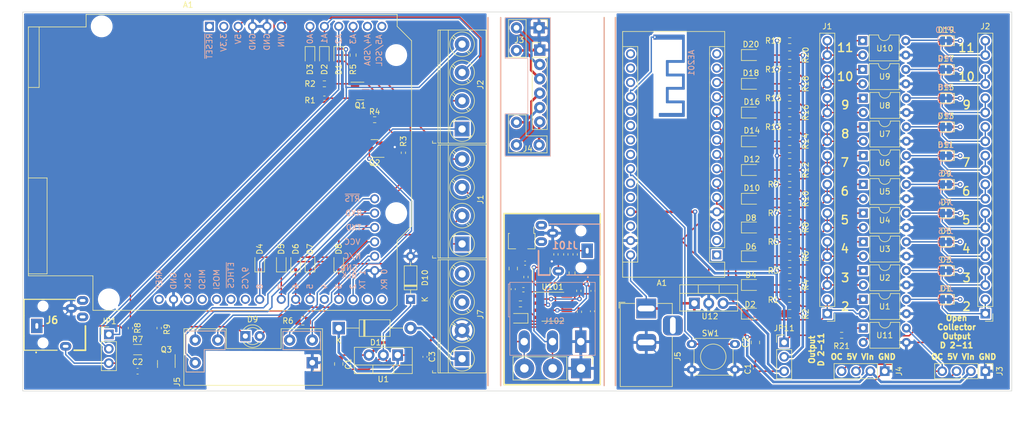
<source format=kicad_pcb>
(kicad_pcb (version 20211014) (generator pcbnew)
  (title_block (title "Combind projects:") (date "2022-04-05") (rev "V0.0.1") (company "El-Tek Trafikteknik I/S") (comment 1 "Energimåling, autoStart og ProgrammablePulsGenerator"))
  (layers (0 "F.Cu" signal) (31 "B.Cu" signal) (34 "B.Paste" user) (35 "F.Paste" user) (36 "B.SilkS" user "B.Silkscreen") (37 "F.SilkS" user "F.Silkscreen") (38 "B.Mask" user) (39 "F.Mask" user) (44 "Edge.Cuts" user))
  (net 0 "")
  (net 3 "+5V")
  (net 4 "GND")
  (net 5 "Net-(A1-Pad6)")
  (net 6 "Net-(A1-Pad7)")
  (net 7 "Net-(A1-Pad8)")
  (net 8 "Net-(A1-Pad9)")
  (net 9 "Net-(A1-Pad10)")
  (net 14 "Net-(A1-Pad15)")
  (net 15 "Net-(A1-Pad16)")
  (net 17 "Net-(A1-Pad18)")
  (net 18 "Net-(A1-Pad19)")
  (net 19 "Net-(A1-Pad20)")
  (net 20 "Net-(A1-Pad21)")
  (net 27 "Net-(A1-Pad30)")
  (net 28 "VCC")
  (net 29 "Net-(A1-Pad32)")
  (net 30 "Net-(A1-Pad33)")
  (net 31 "Net-(A1-Pad34)")
  (net 32 "GND1")
  (net 33 "Net-(C2-Pad1)")
  (net 34 "+24V")
  (net 35 "Net-(D1-Pad1)")
  (net 36 "Net-(D1-Pad2)")
  (net 37 "Net-(D9-Pad1)")
  (net 38 "Net-(D9-Pad2)")
  (net 39 "Net-(D11-Pad2)")
  (net 40 "Net-(J3-Pad2)")
  (net 41 "Net-(J3-Pad4)")
  (net 42 "Net-(J3-Pad5)")
  (net 43 "Net-(J3-Pad6)")
  (net 44 "Net-(J6-Pad1)")
  (net 49 "Net-(Q1-Pad1)")
  (net 50 "Net-(Q1-Pad3)")
  (net 51 "Net-(Q2-Pad1)")
  (net 52 "Net-(Q3-Pad1)")
  (net 53 "Net-(C101-Pad1)")
  (net 54 "Net-(C101-Pad2)")
  (net 55 "Net-(C102-Pad2)")
  (net 56 "Net-(C103-Pad2)")
  (net 57 "VS")
  (net 58 "VSS")
  (net 59 "Net-(J101-Pad1)")
  (net 60 "Net-(J101-Pad2)")
  (net 63 "Net-(J102-Pad2)")
  (net 64 "Net-(Q101-Pad1)")
  (net 65 "Net-(R107-Pad2)")
  (net 66 "Net-(R109-Pad1)")
  (net 67 "GND2")
  (net 68 "GND3")
  (net 69 "VCC1")
  (net 75 "Net-(A201-Pad19)")
  (net 76 "GND4")
  (net 78 "Net-(A201-Pad5)")
  (net 80 "Net-(A201-Pad6)")
  (net 82 "Net-(A201-Pad7)")
  (net 84 "Net-(A201-Pad8)")
  (net 85 "Net-(A201-Pad24)")
  (net 86 "Net-(A201-Pad9)")
  (net 88 "Net-(A201-Pad10)")
  (net 90 "Net-(A201-Pad11)")
  (net 91 "/Arduino_5V")
  (net 92 "Net-(A201-Pad12)")
  (net 94 "Net-(A201-Pad13)")
  (net 95 "Net-(A201-Pad14)")
  (net 96 "Vin")
  (net 99 "Net-(C201-Pad1)")
  (net 100 "Net-(D201-Pad1)")
  (net 101 "Net-(D201-Pad2)")
  (net 102 "Net-(D202-Pad2)")
  (net 103 "Net-(D203-Pad1)")
  (net 104 "Net-(D204-Pad2)")
  (net 105 "Net-(D205-Pad1)")
  (net 106 "Net-(D206-Pad2)")
  (net 107 "Net-(D207-Pad1)")
  (net 108 "Net-(D208-Pad2)")
  (net 109 "Net-(D209-Pad1)")
  (net 110 "Net-(D210-Pad2)")
  (net 111 "Net-(D211-Pad1)")
  (net 112 "Net-(D212-Pad2)")
  (net 113 "Net-(D213-Pad1)")
  (net 114 "Net-(D214-Pad2)")
  (net 115 "Net-(D215-Pad1)")
  (net 116 "Net-(D216-Pad2)")
  (net 117 "Net-(D217-Pad1)")
  (net 118 "Net-(D218-Pad2)")
  (net 119 "Net-(D219-Pad1)")
  (net 120 "Net-(D220-Pad2)")
  (net 121 "Net-(J202-Pad1)")
  (net 122 "Net-(J202-Pad3)")
  (net 123 "Net-(J202-Pad5)")
  (net 124 "Net-(J202-Pad7)")
  (net 125 "Net-(J202-Pad10)")
  (net 126 "Net-(J202-Pad11)")
  (net 127 "Net-(J202-Pad13)")
  (net 128 "Net-(J202-Pad15)")
  (net 129 "Net-(J202-Pad17)")
  (net 130 "Net-(J202-Pad19)")
  (net 131 "Net-(J203-Pad4)")
  (net 133 "Net-(JP211-Pad2)")
  (net 134 "Net-(R201-Pad2)")
  (net 135 "Net-(R203-Pad2)")
  (net 136 "Net-(R205-Pad2)")
  (net 137 "Net-(R207-Pad2)")
  (net 138 "Net-(R209-Pad2)")
  (net 139 "Net-(R211-Pad2)")
  (net 140 "Net-(R213-Pad2)")
  (net 141 "Net-(R215-Pad2)")
  (net 142 "Net-(R217-Pad2)")
  (net 143 "Net-(R219-Pad2)")
  (net 144 "Net-(R221-Pad2)")
  (net 145 "Net-(J203-Pad3)")
  (footprint "" (layer "F.Cu") (at 187.75 42.55)
    (fp_text reference "")
    (fp_text value "")
  )
  (footprint "Capacitor_SMD:C_0402_1005Metric" (layer "F.Cu") (at 170.87 94.21 -90)
    (fp_text reference "C3")
    (fp_text value "C100nf")
  )
  (footprint "LED_SMD:LED_0805_2012Metric" (layer "F.Cu") (at 228.5 45.95)
    (fp_text reference "D218" hide)
    (fp_text value "LED")
  )
  (footprint "Local_Connectors:TerminalBlock_PT-1,5-4-5.0-H_1x04_P5.00mm_Horizontal-(F.Mount)" (layer "F.Cu") (at 177.435 94.55 90)
    (fp_text reference "J7")
    (fp_text value "Screw_Terminal_01x04")
  )
  (footprint "LED_THT:LED_D3.0mm" (layer "F.Cu") (at 139.12 90.55)
    (fp_text reference "D9")
    (fp_text value "LED_G3")
  )
  (footprint "Resistor_SMD:R_0805_2012Metric" (layer "F.Cu") (at 235.35 51.03 180)
    (fp_text reference "R216" hide)
    (fp_text value "R180")
  )
  (footprint "Connector_PinHeader_2.54mm:PinHeader_1x04_P2.54mm_Vertical" (layer "F.Cu") (at 269.93 96.75 -90)
    (fp_text reference "J203" hide)
    (fp_text value "Conn_4P_Female")
  )
  (footprint "Capacitor_SMD:C_0402_1005Metric" (layer "F.Cu") (at 200.475 86.154 -90)
    (fp_text reference "C102" hide)
    (fp_text value "C100nf")
  )
  (footprint "Resistor_SMD:R_0805_2012Metric" (layer "F.Cu") (at 235.35 45.95 180)
    (fp_text reference "R218" hide)
    (fp_text value "R180")
  )
  (footprint "Resistor_SMD:R_0603_1608Metric" (layer "F.Cu") (at 187.75 84.854 180)
    (fp_text reference "R106" hide)
    (fp_text value "R680K")
  )
  (footprint "Local_Misckllaneous_Library:DIP-4_W7.62mm_Slim(F.Mount)" (layer "F.Cu") (at 248.35 58.65)
    (fp_text reference "U206" hide)
    (fp_text value "PC817")
  )
  (footprint "Resistor_SMD:R_0402_1005Metric" (layer "F.Cu") (at 198.175 86.254 -90)
    (fp_text reference "R105" hide)
    (fp_text value "R100K")
  )
  (footprint "Local_Connectors:Arduino_USB-Serial_Card_EdgeConn" (layer "F.Cu") (at 134.25 95.25 90)
    (fp_text reference "J5")
    (fp_text value "Arduino_USB-Serial_Edge_Connector")
  )
  (footprint "Local_Connectors:SolderJumper-2_P1.3mm_Bridged_RoundedPad1.0x1.5mm(B.Mount)" (layer "F.Cu") (at 262.96 48.49)
    (fp_text reference "JP208" hide)
    (fp_text value "SolderJumper")
  )
  (footprint "Resistor_SMD:R_0603_1608Metric" (layer "F.Cu") (at 235.35 38.33)
    (fp_text reference "R219" hide)
    (fp_text value "R390")
  )
  (footprint "Diode_SMD:D_SOD-323F" (layer "F.Cu") (at 187.575 87.404 180)
    (fp_text reference "D101" hide)
    (fp_text value "1N4148WS")
  )
  (footprint "Capacitor_SMD:C_0402_1005Metric" (layer "F.Cu") (at 229.29 96.27 90)
    (fp_text reference "C201" hide)
    (fp_text value "C100nf")
  )
  (footprint "Resistor_SMD:R_0805_2012Metric" (layer "F.Cu") (at 149.28 87.86)
    (fp_text reference "R6")
    (fp_text value "R220")
  )
  (footprint "Resistor_SMD:R_0603_1608Metric" (layer "F.Cu") (at 235.35 58.65)
    (fp_text reference "R211" hide)
    (fp_text value "R390")
  )
  (footprint "Capacitor_SMD:C_0805_2012Metric" (layer "F.Cu") (at 229.29 91.67 -90)
    (fp_text reference "C202" hide)
    (fp_text value "C330nf")
  )
  (footprint "Capacitor_SMD:C_0402_1005Metric" (layer "F.Cu") (at 188.575 77.654)
    (fp_text reference "C104" hide)
    (fp_text value "C100nf")
  )
  (footprint "Local_Misckllaneous_Library:Undefined_Antenna(B.Mount)" (layer "F.Cu") (at 211.51 37.695 -90)
    (fp_text reference "AE201")
    (fp_text value "Antenna")
  )
  (footprint "Local_Misckllaneous_Library:DIP-4_W7.62mm_Slim(F.Mount)" (layer "F.Cu") (at 248.35 78.97)
    (fp_text reference "U202" hide)
    (fp_text value "PC817")
  )
  (footprint "LED_SMD:LED_0805_2012Metric" (layer "F.Cu") (at 228.5 66.27)
    (fp_text reference "D210" hide)
    (fp_text value "LED")
  )
  (footprint "LED_SMD:LED_0805_2012Metric" (layer "F.Cu") (at 228.5 81.51)
    (fp_text reference "D204" hide)
    (fp_text value "LED")
  )
  (footprint "LED_SMD:LED_0805_2012Metric" (layer "F.Cu") (at 228.5 71.35)
    (fp_text reference "D208" hide)
    (fp_text value "LED")
  )
  (footprint "Diode_SMD:D_SOD-323F" (layer "F.Cu") (at 262.96 73.89 180)
    (fp_text reference "D205" hide)
    (fp_text value "1N4148WS")
  )
  (footprint "Resistor_SMD:R_0805_2012Metric" (layer "F.Cu") (at 235.35 81.51 180)
    (fp_text reference "R204" hide)
    (fp_text value "R180")
  )
  (footprint "Resistor_SMD:R_0402_1005Metric" (layer "F.Cu") (at 167.06 58.14 90)
    (fp_text reference "R3")
    (fp_text value "R39K")
  )
  (footprint "Resistor_SMD:R_0402_1005Metric" (layer "F.Cu") (at 153.09 48.49 180)
    (fp_text reference "R1")
    (fp_text value "R10K")
  )
  (footprint "Resistor_SMD:R_0402_1005Metric" (layer "F.Cu") (at 188.275 82.354 180)
    (fp_text reference "R108" hide)
    (fp_text value "R33K")
  )
  (footprint "Resistor_SMD:R_0402_1005Metric" (layer "F.Cu") (at 188.725 80.104 -90)
    (fp_text reference "R107" hide)
    (fp_text value "R150K")
  )
  (footprint "Package_TO_SOT_SMD:SOT-23" (layer "F.Cu") (at 159.44 47.22)
    (fp_text reference "Q1")
    (fp_text value "S8550_PNP")
  )
  (footprint "Local_Connectors:Arduino_USB-Serial_Card" (layer "F.Cu") (at 191.05 36.05 180)
    (fp_text reference "J4")
    (fp_text value "Arduino_USB-Serial_Card_Connector")
  )
  (footprint "Local_Connectors:SolderJumper-2_P1.3mm_Bridged_RoundedPad1.0x1.5mm(B.Mount)" (layer "F.Cu") (at 262.96 78.97)
    (fp_text reference "JP202" hide)
    (fp_text value "SolderJumper")
  )
  (footprint "Resistor_SMD:R_0402_1005Metric" (layer "F.Cu") (at 197.425 76.104 -90)
    (fp_text reference "R101" hide)
    (fp_text value "R10K")
  )
  (footprint "Resistor_SMD:R_0402_1005Metric" (layer "F.Cu") (at 198.075 82.554 -90)
    (fp_text reference "R104" hide)
    (fp_text value "R330K")
  )
  (footprint "Local_Misckllaneous_Library:DIP-4_W7.62mm_Slim(F.Mount)" (layer "F.Cu") (at 248.35 63.73)
    (fp_text reference "U205" hide)
    (fp_text value "PC817")
  )
  (footprint "Local_Misckllaneous_Library:DIP-4_W7.62mm_Slim(F.Mount)" (layer "F.Cu") (at 248.25 43.41)
    (fp_text reference "U209" hide)
    (fp_text value "PC817")
  )
  (footprint "Diode_SMD:D_SOD-323F" (layer "F.Cu") (at 262.96 58.65 180)
    (fp_text reference "D211" hide)
    (fp_text value "1N4148WS")
  )
  (footprint "Resistor_SMD:R_0603_1608Metric" (layer "F.Cu") (at 153.09 45.95)
    (fp_text reference "R2")
    (fp_text value "R680K")
  )
  (footprint "Local_Connectors:AUDIO_JACK_ASJ-195-L-HT-(B.Mount)" (layer "F.Cu") (at 201.95 75.45)
    (fp_text reference "J101")
    (fp_text value "AudioJack3_Switch" hide)
  )
  (footprint "Package_TO_SOT_SMD:SOT-23" (layer "F.Cu") (at 161.98 57.38 180)
    (fp_text reference "Q2")
    (fp_text value "S8050_NPN")
  )
  (footprint "Capacitor_SMD:C_0805_2012Metric" (layer "F.Cu") (at 186.475 78.604 -90)
    (fp_text reference "C105" hide)
    (fp_text value "C330nf")
  )
  (footprint "Connector_PinHeader_2.54mm:PinHeader_1x04_P2.54mm_Vertical" (layer "F.Cu") (at 252.15 96.75 -90)
    (fp_text reference "J204" hide)
    (fp_text value "Conn_4P_Female")
  )
  (footprint "Diode_SMD:D_SOD-323F" (layer "F.Cu") (at 262.96 38.33 180)
    (fp_text reference "D219" hide)
    (fp_text value "1N4148WS")
  )
  (footprint "Diode_SMD:D_SOD-323F" (layer "F.Cu") (at 262.96 63.73 180)
    (fp_text reference "D209" hide)
    (fp_text value "1N4148WS")
  )
  (footprint "Package_TO_SOT_THT:TO-220-3_Vertical" (layer "F.Cu") (at 218.495 84.75)
    (fp_text reference "U212" hide)
    (fp_text value "L78S05CV")
  )
  (footprint "Connector_PinHeader_2.54mm:PinHeader_1x20_P2.54mm_Vertical" (layer "F.Cu") (at 269.93 86.59 180)
    (fp_text reference "J202" hide)
    (fp_text value "Conn_20P_Female")
  )
  (footprint "Local_Connectors:PinHeader_1x03_P_5mm_Vertical-(F.Mount)" (layer "F.Cu") (at 198.45 96.25 -90)
    (fp_text reference "J103" hide)
    (fp_text value "Conn_3P")
  )
  (footprint "Diode_SMD:D_SOD-323F" (layer "F.Cu") (at 262.96 43.41 180)
    (fp_text reference "D217" hide)
    (fp_text value "1N4148WS")
  )
  (footprint "Local_Connectors:TerminalBlock_PT-1,5-4-5.0-H_1x04_P5.00mm_Horizontal-(F.Mount)" (layer "F.Cu") (at 177.435 74.25 90)
    (fp_text reference "J1")
    (fp_text value "Screw_Terminal_01x04")
  )
  (footprint "" (layer "F.Cu") (at 187.75 49.95)
    (fp_text reference "")
    (fp_text value "")
  )
  (footprint "Local_Connectors:SolderJumper-2_P1.3mm_Bridged_RoundedPad1.0x1.5mm(B.Mount)" (layer "F.Cu") (at 262.96 58.65)
    (fp_text reference "JP206" hide)
    (fp_text value "SolderJumper")
  )
  (footprint "Local_Connectors:SolderJumper-2_P1.3mm_Bridged_RoundedPad1.0x1.5mm(B.Mount)" (layer "F.Cu") (at 262.96 84.05)
    (fp_text reference "JP201" hide)
    (fp_text value "SolderJumper")
  )
  (footprint "Resistor_SMD:R_0805_2012Metric" (layer "F.Cu") (at 235.35 76.43 180)
    (fp_text reference "Rw" hide)
    (fp_text value "R180")
  )
  (footprint "Local_Misckllaneous_Library:DIP-4_W7.62mm_Slim(F.Mount)" (layer "F.Cu") (at 248.35 89.13)
    (fp_text reference "U211" hide)
    (fp_text value "PC817")
  )
  (footprint "Local_Connectors:SolderJumper-2_P1.3mm_Bridged_RoundedPad1.0x1.5mm(B.Mount)" (layer "F.Cu") (at 262.96 38.33)
    (fp_text reference "JP210" hide)
    (fp_text value "SolderJumper")
  )
  (footprint "Connector_PinHeader_2.54mm:PinHeader_1x20_P2.54mm_Vertical" (layer "F.Cu") (at 241.99 86.59 180)
    (fp_text reference "J201" hide)
    (fp_text value "Conn_20P_Female")
  )
  (footprint "Diode_THT:D_DO-41_SOD81_P12.70mm_Horizontal" (layer "F.Cu") (at 155.63 89.13)
    (fp_text reference "D11")
    (fp_text value "1N4004")
  )
  (footprint "Local_Connectors:SolderJumper-2_P1.3mm_Bridged_RoundedPad1.0x1.5mm(B.Mount)" (layer "F.Cu") (at 262.96 43.41)
    (fp_text reference "JP209" hide)
    (fp_text value "SolderJumper")
  )
  (footprint "Resistor_SMD:R_0603_1608Metric" (layer "F.Cu") (at 235.35 43.41)
    (fp_text reference "R217" hide)
    (fp_text value "R390")
  )
  (footprint "LED_SMD:LED_0805_2012Metric" (layer "F.Cu") (at 228.5 76.43)
    (fp_text reference "D206" hide)
    (fp_text value "LED")
  )
  (footprint "Package_TO_SOT_SMD:SOT-89-3" (layer "F.Cu") (at 187.975 73.454 -90)
    (fp_text reference "U102" hide)
    (fp_text value "78L05")
  )
  (footprint "Local_Misckllaneous_Library:THT_SW_Tactile(F.Mount)" (layer "F.Cu") (at 218.04 91.96)
    (fp_text reference "SW201" hide)
    (fp_text value "THT_SW_4_Tactile")
  )
  (footprint "Resistor_SMD:R_0402_1005Metric" (layer "F.Cu") (at 194.025 76.104 -90)
    (fp_text reference "R103" hide)
    (fp_text value "R10K")
  )
  (footprint "Diode_SMD:D_SOD-323F" (layer "F.Cu") (at 153.09 40.87 -90)
    (fp_text reference "D2")
    (fp_text value "1N4148WS")
  )
  (footprint "Diode_SMD:D_SOD-323F" (layer "F.Cu") (at 155.63 40.87 -90)
    (fp_text reference "D1")
    (fp_text value "1N4148WS")
  )
  (footprint "Diode_SMD:D_SOD-323F" (layer "F.Cu") (at 155.63 77.7 90)
    (fp_text reference "D8")
    (fp_text value "1N4148WS")
  )
  (footprint "Resistor_SMD:R_0805_2012Metric" (layer "F.Cu") (at 235.35 86.59 180)
    (fp_text reference "R202" hide)
    (fp_text value "R180")
  )
  (footprint "Package_TO_SOT_SMD:SOT-23" (layer "F.Cu") (at 191.425 79.054 90)
    (fp_text reference "Q101" hide)
    (fp_text value "S8050_NPN")
  )
  (footprint "Resistor_SMD:R_0402_1005Metric" (layer "F.Cu") (at 118.8 89.13 -90)
    (fp_text reference "R8")
    (fp_text value "R10K")
  )
  (footprint "Resistor_SMD:R_0805_2012Metric" (layer "F.Cu") (at 235.35 40.87 180)
    (fp_text reference "R220" hide)
    (fp_text value "R180")
  )
  (footprint "Local_MCU_Module_Library:Arduino_Ethernet_WithMountingHoles" (layer "F.Cu") (at 132.77 35.79)
    (fp_text reference "A1")
    (fp_text value "Arduino_Ethernet")
  )
  (footprint "Module:Arduino_Nano" (layer "F.Cu") (at 222.46 76.2 180)
    (fp_text reference "A201" hide)
    (fp_text value "Arduino_Nano_v3")
  )
  (footprint "Resistor_SMD:R_0603_1608Metric" (layer "F.Cu") (at 235.35 48.49)
    (fp_text reference "R215" hide)
    (fp_text value "R390")
  )
  (footprint "Connector_PinHeader_2.54mm:PinHeader_1x03_P2.54mm_Vertical" (layer "F.Cu") (at 234.37 91.67)
    (fp_text reference "JP211" hide)
    (fp_text value "Jumper_3_Bridged12")
  )
  (footprint "Local_Connectors:AUDIO_JACK_ASJ-195-L-HT-(F.Mount)" (layer "F.Cu") (at 99.85 88.75)
    (fp_text reference "J6")
    (fp_text value "AudioJack3_Switch" hide)
  )
  (footprint "Diode_THT:D_DO-35_SOD27_P7.62mm_Horizontal" (layer "F.Cu") (at 168.33 84.05 90)
    (fp_text reference "D10")
    (fp_text value "D_Z2V4")
  )
  (footprint "Resistor_SMD:R_0402_1005Metric" (layer "F.Cu") (at 123.88 89.13 90)
    (fp_text reference "R9")
    (fp_text value "R10K")
  )
  (footprint "Resistor_SMD:R_0603_1608Metric" (layer "F.Cu") (at 235.35 84.05)
    (fp_text reference "R201" hide)
    (fp_text value "R390")
  )
  (footprint "Package_TO_SOT_SMD:SOT-23" (layer "F.Cu") (at 125.15 95.48 -90)
    (fp_text reference "Q3")
    (fp_text value "S8050_NPN")
  )
  (footprint "Resistor_SMD:R_0603_1608Metric" (layer "F.Cu") (at 235.35 68.81)
    (fp_text reference "R207" hide)
    (fp_text value "R390")
  )
  (footprint "Capacitor_SMD:C_0805_2012Metric" (layer "F.Cu") (at 155.63 95.48 -90)
    (fp_text reference "C1")
    (fp_text value "C330nf")
  )
  (footprint "Resistor_SMD:R_0805_2012Metric" (layer "F.Cu") (at 235.35 71.35 180)
    (fp_text reference "R208" hide)
    (fp_text value "R180")
  )
  (footprint "Local_Connectors:BarrelJack_Horizontal(F.Mount)" (layer "F.Cu") (at 209.9925 85.67 90)
    (fp_text reference "J205" hide)
    (fp_text value "Barrel_Jack_Switch")
  )
  (footprint "Resistor_SMD:R_0805_2012Metric" (layer "F.Cu") (at 235.35 66.27 180)
    (fp_text reference "R210" hide)
    (fp_text value "R180")
  )
  (footprint "LED_SMD:LED_0805_2012Metric" (layer "F.Cu") (at 228.5 40.87)
    (fp_text reference "D220" hide)
    (fp_text value "LED")
  )
  (footprint "Resistor_SMD:R_1206_3216Metric" (layer "F.Cu") (at 120.07 92.94)
    (fp_text reference "R7")
    (fp_text value "R56")
  )
  (footprint "Diode_SMD:D_SOD-323F" (layer "F.Cu") (at 150.55 40.87 -90)
    (fp_text reference "D3")
    (fp_text value "1N4148WS")
  )
  (footprint "Resistor_SMD:R_0603_1608Metric" (layer "F.Cu") (at 235.35 53.57)
    (fp_text reference "R213" hide)
    (fp_text value "R390")
  )
  (footprint "Resistor_SMD:R_0603_1608Metric" (layer "F.Cu") (at 244.53 90.4)
    (fp_text reference "R221" hide)
    (fp_text value "R390")
  )
  (footprint "Local_Connectors:TerminalBlock_PT-1,5-4-5.0-H_1x04_P5.00mm_Horizontal-(F.Mount)" (layer "F.Cu") (at 177.435 53.95 90)
    (fp_text reference "J2")
    (fp_text value "Screw_Terminal_01x04")
  )
  (footprint "Local_Connectors:SolderJumper-2_P1.3mm_Bridged_RoundedPad1.0x1.5mm(B.Mount)" (layer "F.Cu") (at 262.96 73.89)
    (fp_text reference "JP203" hide)
    (fp_text value "SolderJumper")
  )
  (footprint "Resistor_SMD:R_0603_1608Metric" (layer "F.Cu") (at 196.875 79.404 90)
    (fp_text reference "R109" hide)
    (fp_text value "R180K")
  )
  (footprint "LED_SMD:LED_0805_2012Metric" (layer "F.Cu") (at 228.5 61.19)
    (fp_text reference "D212" hide)
    (fp_text value "LED")
  )
  (footprint "Package_SO:SOIC-8_3.9x4.9mm_P1.27mm" (layer "F.Cu") (at 193.475 85.354)
    (fp_text reference "U101")
    (fp_text value "LM358DR2G")
  )
  (footprint "Local_Misckllaneous_Library:DIP-4_W7.62mm_Slim(F.Mount)" (layer "F.Cu") (at 248.35 68.81)
    (fp_text reference "U204" hide)
    (fp_text value "PC817")
  )
  (footprint "Package_TO_SOT_THT:TO-220-3_Vertical" (layer "F.Cu") (at 166.05 93.9 180)
    (fp_text reference "U1")
    (fp_text value "L78S05CV")
  )
  (footprint "Diode_SMD:D_SOD-323F" (layer "F.Cu") (at 145.47 77.7 90)
    (fp_text reference "D5")
    (fp_text value "1N4148WS")
  )
  (footprint "Resistor_SMD:R_0805_2012Metric" (layer "F.Cu") (at 235.35 61.19 180)
    (fp_text reference "R212" hide)
    (fp_text value "R180")
  )
  (footprint "Local_Connectors:SolderJumper-2_P1.3mm_Bridged_RoundedPad1.0x1.5mm(B.Mount)" (layer "F.Cu") (at 262.96 53.57)
    (fp_text reference "JP207" hide)
    (fp_text value "SolderJumper")
  )
  (footprint "Capacitor_SMD:C_0402_1005Metric" (layer "F.Cu") (at 186.475 82.254 -90)
    (fp_text reference "C103" hide)
    (fp_text value "C100nf")
  )
  (footprint "Diode_SMD:D_SOD-323F" (layer "F.Cu") (at 141.66 77.7 90)
    (fp_text reference "D4")
    (fp_text value "1N4148WS")
  )
  (footprint "LED_SMD:LED_0805_2012Metric" (layer "F.Cu") (at 228.5 51.03)
    (fp_text reference "D216" hide)
    (fp_text value "LED")
  )
  (footprint "Diode_SMD:D_SOD-323F" (layer "F.Cu") (at 262.96 68.81 180)
    (fp_text reference "D207" hide)
    (fp_text value "1N4148WS")
  )
  (footprint "Capacitor_SMD:C_0402_1005Metric" (layer "F.Cu") (at 200.575 82.554 -90)
    (fp_text reference "C101" hide)
    (fp_text value "C10nf")
  )
  (footprint "Local_Connectors:PinHeader_1x06_P_0,1in_Vertical" (layer "F.Cu") (at 191.165 39.985)
    (fp_text reference "J3")
    (fp_text value "Pin_Header_1x6")
  )
  (footprint "Local_Connectors:SolderJumper-2_P1.3mm_Bridged_RoundedPad1.0x1.5mm(B.Mount)" (layer "F.Cu") (at 262.96 63.73)
    (fp_text reference "JP205" hide)
    (fp_text value "SolderJumper")
  )
  (footprint "Diode_SMD:D_SOD-323F" (layer "F.Cu") (at 262.96 78.97 180)
    (fp_text reference "D203" hide)
    (fp_text value "1N4148WS")
  )
  (footprint "Local_Misckllaneous_Library:DIP-4_W7.62mm_Slim(F.Mount)" (layer "F.Cu") (at 248.35 48.49)
    (fp_text reference "U208" hide)
    (fp_text value "PC817")
  )
  (footprint "Local_Connectors:SolderJumper-2_P1.3mm_Bridged_RoundedPad1.0x1.5mm(B.Mount)" (layer "F.Cu") (at 262.96 68.81)
    (fp_text reference "JP204" hide)
    (fp_text value "SolderJumper")
  )
  (footprint "Resistor_SMD:R_0603_1608Metric" (layer "F.Cu") (at 161.98 52.3)
    (fp_text reference "R4")
    (fp_text value "R180K")
  )
  (footprint "Resistor_SMD:R_0402_1005Metric" (layer "F.Cu") (at 195.775 76.104 90)
    (fp_text reference "R102" hide)
    (fp_text value "R10K")
  )
  (footprint "Local_Misckllaneous_Library:DIP-4_W7.62mm_Slim(F.Mount)" (layer "F.Cu") (at 248.35 53.55)
    (fp_text reference "U207" hide)
    (fp_text value "PC817")
  )
  (footprint "Resistor_SMD:R_0603_1608Metric" (layer "F.Cu") (at 158.17 40.87 -90)
    (fp_text reference "R5")
    (fp_text value "R180K")
  )
  (footprint "Local_Misckllaneous_Library:DIP-4_W7.62mm_Slim(F.Mount)" (layer "F.Cu") (at 248.35 84.05)
    (fp_text reference "U201" hide)
    (fp_text value "PC817")
  )
  (footprint "Resistor_SMD:R_0603_1608Metric" (layer "F.Cu") (at 235.35 73.89)
    (fp_text reference "R205" hide)
    (fp_text value "R390")
  )
  (footprint "LED_SMD:LED_0805_2012Metric" (layer "F.Cu") (at 228.5 86.59)
    (fp_text reference "D202" hide)
    (fp_text value "LED")
  )
  (footprint "Resistor_SMD:R_0603_1608Metric" (layer "F.Cu") (at 235.35 78.97)
    (fp_text reference "R203" hide)
    (fp_text value "R390")
  )
  (footprint "Diode_SMD:D_SOD-323F" (layer "F.Cu") (at 262.96 48.49 180)
    (fp_text reference "D215" hide)
    (fp_text value "1N4148WS")
  )
  (footprint "Capacitor_SMD:C_0603_1608Metric" (layer "F.Cu") (at 120.07 96.75)
    (fp_text reference "C2")
    (fp_text value "C10uf")
  )
  (footprint "Local_Misckllaneous_Library:DIP-4_W7.62mm_Slim(F.Mount)" (layer "F.Cu") (at 248.25 38.33)
    (fp_text reference "U210" hide)
    (fp_text value "PC817")
  )
  (footprint "Resistor_SMD:R_0603_1608Metric" (layer "F.Cu") (at 235.35 63.73)
    (fp_text reference "R209" hide)
    (fp_text value "R390")
  )
  (footprint "Local_Misckllaneous_Library:DIP-4_W7.62mm_Slim(F.Mount)" (layer "F.Cu") (at 248.35 73.89)
    (fp_text reference "U203" hide)
    (fp_text value "PC817")
  )
  (footprint "Resistor_SMD:R_0805_2012Metric" (layer "F.Cu") (at 235.35 56.11 180)
    (fp_text reference "R214" hide)
    (fp_text value "R180")
  )
  (footprint "Diode_SMD:D_SOD-323F" (layer "F.Cu") (at 262.96 84.05 180)
    (fp_text reference "D201" hide)
    (fp_text value "1N4148WS")
  )
  (footprint "Connector_PinHeader_2.54mm:PinHeader_1x03_P2.54mm_Vertical" (layer "F.Cu") (at 114.99 90.25)
    (fp_text reference "JP1")
    (fp_text value "Jumper_3_Bridged12")
  )
  (footprint "Local_Connectors:Phoenix_TERM_BLOCK_3POS_45DEG_5MM_PCB-(B.Mount)" (layer "F.Cu") (at 198.4137 91.5173 180)
    (fp_text reference "J102")
    (fp_text value "Screw_Terminal_01x03")
  )
  (footprint "LED_SMD:LED_0805_2012Metric" (layer "F.Cu") (at 228.5 56.11)
    (fp_text reference "D214" hide)
    (fp_text value "LED")
  )
  (footprint "Diode_SMD:D_SOD-323F" (layer "F.Cu") (at 150.55 77.7 90)
    (fp_text reference "D7")
    (fp_text value "1N4148WS")
  )
  (footprint "Diode_SMD:D_SOD-323F" (layer "F.Cu") (at 148.01 77.7 90)
    (fp_text reference "D6")
    (fp_text value "1N4148WS")
  )
  (footprint "Diode_SMD:D_SOD-323F" (layer "F.Cu") (at 262.96 53.57 180)
    (fp_text reference "D213" hide)
    (fp_text value "1N4148WS")
  )
  (gr_line (start 182 34.25) (end 182 99.29) (layer "B.SilkS") (width 0.25))
  (gr_line (start 202.55 34.25) (end 202.55 99.29) (layer "B.SilkS") (width 0.25))
  (gr_line (start 204.549915 34.249999) (end 204.549915 99.289999) (layer "B.SilkS") (width 0.25))
  (gr_line (start 184.25 34.25) (end 184.25 99.29) (layer "B.SilkS") (width 0.25))
  (gr_line (start 182 34.25) (end 182 99.29) (layer "F.SilkS") (width 0.25))
  (gr_line (start 202.55 34.23) (end 202.55 99.27) (layer "F.SilkS") (width 0.25))
  (gr_line (start 184.25 34.25) (end 184.25 99.29) (layer "F.SilkS") (width 0.25))
  (gr_rect (start 184.85 68.88) (end 201.85 99.15) (layer "F.SilkS") (width 0.25) (fill none))
  (gr_line (start 204.55 34.23) (end 204.55 99.27) (layer "F.SilkS") (width 0.25))
  (gr_rect (start 99.75 33.25) (end 274.61 100.25) (layer "Edge.Cuts") (width 0.1) (fill none))
  (gr_rect (start 99.75 33.25) (end 99.75 33.25) (layer "Edge.Cuts") (width 0.1) (fill none))
  (gr_rect (start 239.45 109.45) (end 239.45 109.45) (layer "Edge.Cuts") (width 0.1) (fill none))
  (gr_text "9" (at 245.164999 49.682589) (layer "F.SilkS") (effects (font (size 1.5 1.5) (thickness 0.25))))
  (gr_text "OC 5V Vin GND" (at 248.34 94.21) (layer "F.SilkS") (effects (font (size 1 1) (thickness 0.25))))
  (gr_text "2" (at 266.628 85.32) (layer "F.SilkS") (effects (font (size 1.5 1.5) (thickness 0.25))))
  (gr_text "Open\nCollector\nOutput\nD 2-11" (at 264.85 89.765) (layer "F.SilkS") (effects (font (size 1 1) (thickness 0.25))))
  (gr_text "4" (at 266.555394 75.101041) (layer "F.SilkS") (effects (font (size 1.5 1.5) (thickness 0.25))))
  (gr_text "7" (at 266.555394 59.853834) (layer "F.SilkS") (effects (font (size 1.5 1.5) (thickness 0.25))))
  (gr_text "5" (at 245.092394 70.018639) (layer "F.SilkS") (effects (font (size 1.5 1.5) (thickness 0.25))))
  (gr_text "8" (at 245.164999 54.801294) (layer "F.SilkS") (effects (font (size 1.5 1.5) (thickness 0.25))))
  (gr_text "6" (at 245.092394 64.936237) (layer "F.SilkS") (effects (font (size 1.5 1.5) (thickness 0.25))))
  (gr_text "7" (at 245.092394 59.853834) (layer "F.SilkS") (effects (font (size 1.5 1.5) (thickness 0.25))))
  (gr_text "OC 5V Vin GND" (at 266.12 94.21) (layer "F.SilkS") (effects (font (size 1 1) (thickness 0.25))))
  (gr_text "5" (at 266.555394 70.018639) (layer "F.SilkS") (effects (font (size 1.5 1.5) (thickness 0.25))))
  (gr_text "10" (at 245.164999 44.672793) (layer "F.SilkS") (effects (font (size 1.5 1.5) (thickness 0.25))))
  (gr_text "2" (at 245.165 85.32) (layer "F.SilkS") (effects (font (size 1.5 1.5) (thickness 0.25))))
  (gr_text "6" (at 266.555394 64.936237) (layer "F.SilkS") (effects (font (size 1.5 1.5) (thickness 0.25))))
  (gr_text "3" (at 245.165 80.24) (layer "F.SilkS") (effects (font (size 1.5 1.5) (thickness 0.25))))
  (gr_text "11" (at 266.603107 39.586096) (layer "F.SilkS") (effects (font (size 1.5 1.5) (thickness 0.25))))
  (gr_text "3" (at 266.628 80.24) (layer "F.SilkS") (effects (font (size 1.5 1.5) (thickness 0.25))))
  (gr_text "10" (at 266.628 44.68) (layer "F.SilkS") (effects (font (size 1.5 1.5) (thickness 0.25))))
  (gr_text "4" (at 245.092394 75.101041) (layer "F.SilkS") (effects (font (size 1.5 1.5) (thickness 0.25))))
  (gr_text "9" (at 266.627999 49.682589) (layer "F.SilkS") (effects (font (size 1.5 1.5) (thickness 0.25))))
  (gr_text "Output\nD 2-11" (at 240.085 92.94 90) (layer "F.SilkS") (effects (font (size 1 1) (thickness 0.25))))
  (gr_text "11" (at 245.164999 39.554088) (layer "F.SilkS") (effects (font (size 1.5 1.5) (thickness 0.25))))
  (segment (start 137.85 35.79) (end 137.85 36.9653) (width 0.25) (layer "F.Cu") (net 3))
  (segment (start 153.6 48.49) (end 158.1825 48.49) (width 0.25) (layer "F.Cu") (net 3))
  (segment (start 118.8 56.0153) (end 137.85 36.9653) (width 0.25) (layer "F.Cu") (net 3))
  (segment (start 153.0051 49.1983) (end 153.6 48.6034) (width 0.25) (layer "F.Cu") (net 3))
  (segment (start 118.8 88.62) (end 118.8 56.0153) (width 0.25) (layer "F.Cu") (net 3))
  (segment (start 152.2309 49.1983) (end 153.0051 49.1983) (width 0.25) (layer "F.Cu") (net 3))
  (segment (start 153.6 48.6034) (end 153.6 48.49) (width 0.25) (layer "F.Cu") (net 3))
  (segment (start 143.565 34.393) (end 144.2 35.028) (width 0.25) (layer "F.Cu") (net 3))
  (segment (start 139.247 34.393) (end 143.565 34.393) (width 0.25) (layer "F.Cu") (net 3))
  (segment (start 144.2 35.028) (end 144.2 41.1674) (width 0.25) (layer "F.Cu") (net 3))
  (segment (start 158.1825 48.49) (end 158.5025 48.17) (width 0.25) (layer "F.Cu") (net 3))
  (segment (start 137.85 35.79) (end 139.247 34.393) (width 0.25) (layer "F.Cu") (net 3))
  (segment (start 144.2 41.1674) (end 152.2309 49.1983) (width 0.25) (layer "F.Cu") (net 3))
  (segment (start 120.845 96.75) (end 121.9925 96.75) (width 0.25) (layer "F.Cu") (net 4))
  (segment (start 123.9806 88.62) (end 126.42 86.1806) (width 0.25) (layer "F.Cu") (net 4))
  (segment (start 121.9925 96.75) (end 124.2 94.5425) (width 0.25) (layer "F.Cu") (net 4))
  (segment (start 165.536 57.126) (end 164.84 56.43) (width 0.25) (layer "F.Cu") (net 4))
  (segment (start 165.536 57.126) (end 166.04 57.63) (width 0.25) (layer "F.Cu") (net 4))
  (segment (start 123.9806 88.62) (end 123.88 88.62) (width 0.25) (layer "F.Cu") (net 4))
  (segment (start 124.2 94.5425) (end 124.5826 94.1599) (width 0.25) (layer "F.Cu") (net 4))
  (segment (start 166.04 57.63) (end 167.06 57.63) (width 0.25) (layer "F.Cu") (net 4))
  (segment (start 124.5826 89.222) (end 123.9806 88.62) (width 0.25) (layer "F.Cu") (net 4))
  (segment (start 164.84 56.43) (end 162.9175 56.43) (width 0.25) (layer "F.Cu") (net 4))
  (segment (start 126.42 86.1806) (end 126.42 84.05) (width 0.25) (layer "F.Cu") (net 4))
  (segment (start 124.5826 94.1599) (end 124.5826 89.222) (width 0.25) (layer "F.Cu") (net 4))
  (via (at 165.536 57.126) (size 0.8) (drill 0.4) (layers "F.Cu" "B.Cu") (net 4))
  (segment (start 108.35 85.65) (end 108.35 78.498) (width 0.25) (layer "B.Cu") (net 4))
  (segment (start 161.98 80.1453) (end 161.98 78.97) (width 0.25) (layer "B.Cu") (net 4))
  (segment (start 165.536 57.126) (end 165.536 57.1922) (width 0.25) (layer "B.Cu") (net 4))
  (segment (start 168.33 78.97) (end 168.33 80.445) (width 0.25) (layer "B.Cu") (net 4))
  (segment (start 153.3314 91.4933) (end 153.3314 88.1266) (width 0.25) (layer "B.Cu") (net 4))
  (segment (start 169.5 75.26) (end 168.33 76.43) (width 0.25) (layer "B.Cu") (net 4))
  (segment (start 128.5334 97.131) (end 129.0122 96.6522) (width 0.25) (layer "B.Cu") (net 4))
  (segment (start 129.491 97.131) (end 129.0122 96.6522) (width 0.25) (layer "B.Cu") (net 4))
  (segment (start 159.44 82.6853) (end 161.98 80.1453) (width 0.25) (layer "B.Cu") (net 4))
  (segment (start 140.4535 46.3945) (end 142.93 43.918) (width 0.25) (layer "B.Cu") (net 4))
  (segment (start 131.9447 92.7665) (end 131.754 92.9572) (width 0.25) (layer "B.Cu") (net 4))
  (segment (start 150.8505 92.7665) (end 152.0275 92.7665) (width 0.25) (layer "B.Cu") (net 4))
  (segment (start 142.93 43.918) (end 142.93 35.79) (width 0.25) (layer "B.Cu") (net 4))
  (segment (start 168.33 80.445) (end 177.435 89.55) (width 0.25) (layer "B.Cu") (net 4))
  (segment (start 108.35 85.65) (end 105.211 88.789) (width 0.25) (layer "B.Cu") (net 4))
  (segment (start 108.35 78.498) (end 140.4535 46.3945) (width 0.25) (layer "B.Cu") (net 4))
  (segment (start 105.211 93.702) (end 108.64 97.131) (width 0.25) (layer "B.Cu") (net 4))
  (segment (start 150.95 95.25) (end 150.95 92.866) (width 0.25) (layer "B.Cu") (net 4))
  (segment (start 126.42 84.05) (end 126.42 94.06) (width 0.25) (layer "B.Cu") (net 4))
  (segment (start 168.33 78.97) (end 163.1553 78.97) (width 0.25) (layer "B.Cu") (net 4))
  (segment (start 152.04285 92.78185) (end 153.3314 91.4933) (width 0.25) (layer "B.Cu") (net 4))
  (segment (start 161.98 78.97) (end 163.1553 78.97) (width 0.25) (layer "B.Cu") (net 4))
  (segment (start 150.95 92.866) (end 150.8505 92.7665) (width 0.25) (layer "B.Cu") (net 4))
  (segment (start 159.44 85.066) (end 159.44 82.6853) (width 0.25) (layer "B.Cu") (net 4))
  (segment (start 152.0275 92.7665) (end 152.04285 92.78185) (width 0.25) (layer "B.Cu") (net 4))
  (segment (start 129.0122 96.6522) (end 126.42 94.06) (width 0.25) (layer "B.Cu") (net 4))
  (segment (start 140.39 46.331) (end 140.4535 46.3945) (width 0.25) (layer "B.Cu") (net 4))
  (segment (start 130.611 97.131) (end 129.491 97.131) (width 0.25) (layer "B.Cu") (net 4))
  (segment (start 154.1625 87.2955) (end 157.2105 87.2955) (width 0.25) (layer "B.Cu") (net 4))
  (segment (start 169.5 61.1562) (end 169.5 75.26) (width 0.25) (layer "B.Cu") (net 4))
  (segment (start 153.3314 88.1266) (end 154.1625 87.2955) (width 0.25) (layer "B.Cu") (net 4))
  (segment (start 165.536 57.1922) (end 169.5 61.1562) (width 0.25) (layer "B.Cu") (net 4))
  (segment (start 131.754 95.988) (end 130.611 97.131) (width 0.25) (layer "B.Cu") (net 4))
  (segment (start 105.211 88.789) (end 105.211 93.702) (width 0.25) (layer "B.Cu") (net 4))
  (segment (start 168.33 78.97) (end 168.33 76.43) (width 0.25) (layer "B.Cu") (net 4))
  (segment (start 131.754 92.9572) (end 131.754 95.988) (width 0.25) (layer "B.Cu") (net 4))
  (segment (start 108.64 97.131) (end 128.5334 97.131) (width 0.25) (layer "B.Cu") (net 4))
  (segment (start 140.39 35.79) (end 140.39 46.331) (width 0.25) (layer "B.Cu") (net 4))
  (segment (start 157.2105 87.2955) (end 159.44 85.066) (width 0.25) (layer "B.Cu") (net 4))
  (segment (start 150.8505 92.7665) (end 131.9447 92.7665) (width 0.25) (layer "B.Cu") (net 4))
  (segment (start 171.505 91.67) (end 176.077 87.098) (width 0.45) (layer "F.Cu") (net 5))
  (segment (start 153.725 89.892) (end 152.836 89.003) (width 0.25) (layer "F.Cu") (net 5))
  (segment (start 154.807 94.53) (end 153.725 93.448) (width 0.25) (layer "F.Cu") (net 5))
  (segment (start 178.324269 87.098) (end 180.649 84.773269) (width 0.45) (layer "F.Cu") (net 5))
  (segment (start 161.02 93.9) (end 163.25 91.67) (width 0.45) (layer "F.Cu") (net 5))
  (segment (start 155.9056 94.2544) (end 155.63 94.53) (width 0.25) (layer "F.Cu") (net 5))
  (segment (start 156.26 93.9) (end 155.9056 94.2544) (width 0.25) (layer "F.Cu") (net 5))
  (segment (start 176.966 34.266) (end 146.994 34.266) (width 0.45) (layer "F.Cu") (net 5))
  (segment (start 152.836 89.003) (end 149.5105 89.003) (width 0.25) (layer "F.Cu") (net 5))
  (segment (start 160.97 93.9) (end 156.26 93.9) (width 0.25) (layer "F.Cu") (net 5))
  (segment (start 149.5105 89.003) (end 148.3675 87.86) (width 0.25) (layer "F.Cu") (net 5))
  (segment (start 160.97 93.9) (end 161.02 93.9) (width 0.45) (layer "F.Cu") (net 5))
  (segment (start 180.649 37.949) (end 176.966 34.266) (width 0.45) (layer "F.Cu") (net 5))
  (segment (start 176.077 87.098) (end 178.324269 87.098) (width 0.45) (layer "F.Cu") (net 5))
  (segment (start 153.725 93.448) (end 153.725 89.892) (width 0.25) (layer "F.Cu") (net 5))
  (segment (start 155.63 94.53) (end 154.807 94.53) (width 0.25) (layer "F.Cu") (net 5))
  (segment (start 163.25 91.67) (end 171.505 91.67) (width 0.45) (layer "F.Cu") (net 5))
  (segment (start 146.994 34.266) (end 145.47 35.79) (width 0.45) (layer "F.Cu") (net 5))
  (segment (start 180.649 84.773269) (end 180.649 37.949) (width 0.45) (layer "F.Cu") (net 5))
  (segment (start 159.1736 40.8702) (end 152.2755 40.8702) (width 0.25) (layer "F.Cu") (net 6))
  (segment (start 150.55 39.77) (end 150.55 35.79) (width 0.25) (layer "F.Cu") (net 6))
  (segment (start 167.2534 48.95) (end 159.1736 40.8702) (width 0.25) (layer "F.Cu") (net 6))
  (segment (start 177.435 48.95) (end 167.2534 48.95) (width 0.25) (layer "F.Cu") (net 6))
  (segment (start 150.55 39.77) (end 151.1753 39.77) (width 0.25) (layer "F.Cu") (net 6))
  (segment (start 152.2755 40.8702) (end 151.1753 39.77) (width 0.25) (layer "F.Cu") (net 6))
  (segment (start 153.09 35.79) (end 153.09 39.77) (width 0.25) (layer "F.Cu") (net 7))
  (segment (start 180.522 40.863) (end 180.522 37.949) (width 0.25) (layer "B.Cu") (net 7))
  (segment (start 176.966 34.393) (end 154.487 34.393) (width 0.25) (layer "B.Cu") (net 7))
  (segment (start 180.522 37.949) (end 176.966 34.393) (width 0.25) (layer "B.Cu") (net 7))
  (segment (start 177.435 43.95) (end 180.522 40.863) (width 0.25) (layer "B.Cu") (net 7))
  (segment (start 154.487 34.393) (end 153.09 35.79) (width 0.25) (layer "B.Cu") (net 7))
  (segment (start 113.466 89.13) (end 155.63 46.966) (width 0.25) (layer "B.Cu") (net 8))
  (segment (start 114.84 92.79) (end 113.466 91.416) (width 0.25) (layer "B.Cu") (net 8))
  (segment (start 113.466 91.416) (end 113.466 89.13) (width 0.25) (layer "B.Cu") (net 8))
  (segment (start 114.99 92.79) (end 114.84 92.79) (width 0.25) (layer "B.Cu") (net 8))
  (segment (start 155.63 46.966) (end 155.63 35.79) (width 0.25) (layer "B.Cu") (net 8))
  (segment (start 158.17 40.045) (end 158.17 35.79) (width 0.25) (layer "F.Cu") (net 9))
  (segment (start 161.0425 59.1972) (end 161.0425 57.38) (width 0.25) (layer "F.Cu") (net 14))
  (via (at 161.0425 59.1972) (size 0.8) (drill 0.4) (layers "F.Cu" "B.Cu") (net 14))
  (segment (start 160.964 77.7) (end 162.742 77.7) (width 0.25) (layer "B.Cu") (net 14))
  (segment (start 168.5 66.6547) (end 161.0425 59.1972) (width 0.25) (layer "B.Cu") (net 14))
  (segment (start 168.5 71.942) (end 168.5 66.6547) (width 0.25) (layer "B.Cu") (net 14))
  (segment (start 162.742 77.7) (end 168.5 71.942) (width 0.25) (layer "B.Cu") (net 14))
  (segment (start 158.17 84.05) (end 158.17 80.494) (width 0.25) (layer "B.Cu") (net 14))
  (segment (start 158.17 80.494) (end 160.964 77.7) (width 0.25) (layer "B.Cu") (net 14))
  (segment (start 177.435 74.25) (end 175.7597 74.25) (width 0.25) (layer "F.Cu") (net 15))
  (segment (start 157.414 77.755) (end 172.2547 77.755) (width 0.25) (layer "F.Cu") (net 15))
  (segment (start 155.63 78.8) (end 156.369 78.8) (width 0.25) (layer "F.Cu") (net 15))
  (segment (start 155.63 84.05) (end 155.63 78.8) (width 0.25) (layer "F.Cu") (net 15))
  (segment (start 156.369 78.8) (end 157.414 77.755) (width 0.25) (layer "F.Cu") (net 15))
  (segment (start 172.2547 77.755) (end 175.7597 74.25) (width 0.25) (layer "F.Cu") (net 15))
  (segment (start 160.583 73.41235) (end 161.37535 72.62) (width 0.25) (layer "F.Cu") (net 17))
  (segment (start 160.583 73.763) (end 160.583 73.41235) (width 0.25) (layer "F.Cu") (net 17))
  (segment (start 150.55 84.05) (end 150.55 78.8) (width 0.25) (layer "F.Cu") (net 17))
  (segment (start 150.55 78.8) (end 151.1753 78.8) (width 0.25) (layer "F.Cu") (net 17))
  (segment (start 151.1753 78.8) (end 152.0213 77.954) (width 0.25) (layer "F.Cu") (net 17))
  (segment (start 174.065 72.62) (end 177.435 69.25) (width 0.25) (layer "F.Cu") (net 17))
  (segment (start 156.392 77.954) (end 160.583 73.763) (width 0.25) (layer "F.Cu") (net 17))
  (segment (start 161.37535 72.62) (end 174.065 72.62) (width 0.25) (layer "F.Cu") (net 17))
  (segment (start 152.0213 77.954) (end 156.392 77.954) (width 0.25) (layer "F.Cu") (net 17))
  (segment (start 179.379 75.5037) (end 178.2158 76.6669) (width 0.25) (layer "F.Cu") (net 18))
  (segment (start 172.3054 81.002) (end 161.345 81.002) (width 0.25) (layer "F.Cu") (net 18))
  (segment (start 176.6405 76.6669) (end 172.3054 81.002) (width 0.25) (layer "F.Cu") (net 18))
  (segment (start 178.2158 76.6669) (end 176.6405 76.6669) (width 0.25) (layer "F.Cu") (net 18))
  (segment (start 148.01 78.8) (end 148.01 84.05) (width 0.25) (layer "F.Cu") (net 18))
  (segment (start 149.407 85.447) (end 148.01 84.05) (width 0.25) (layer "F.Cu") (net 18))
  (segment (start 158.805 85.447) (end 149.407 85.447) (width 0.25) (layer "F.Cu") (net 18))
  (segment (start 177.435 64.25) (end 179.379 66.194) (width 0.25) (layer "F.Cu") (net 18))
  (segment (start 179.379 66.194) (end 179.379 75.5037) (width 0.25) (layer "F.Cu") (net 18))
  (segment (start 159.44 82.907) (end 159.44 84.812) (width 0.25) (layer "F.Cu") (net 18))
  (segment (start 161.345 81.002) (end 159.44 82.907) (width 0.25) (layer "F.Cu") (net 18))
  (segment (start 159.44 84.812) (end 158.805 85.447) (width 0.25) (layer "F.Cu") (net 18))
  (segment (start 156.1995 77.3845) (end 159.821 73.763) (width 0.25) (layer "F.Cu") (net 19))
  (segment (start 146.0953 78.8) (end 147.5108 77.3845) (width 0.25) (layer "F.Cu") (net 19))
  (segment (start 145.47 84.05) (end 145.47 78.8) (width 0.25) (layer "F.Cu") (net 19))
  (segment (start 159.821 73.763) (end 159.821 71.7725) (width 0.25) (layer "F.Cu") (net 19))
  (segment (start 163.504 69.191) (end 163.504 67.54) (width 0.25) (layer "F.Cu") (net 19))
  (segment (start 171.794 59.25) (end 177.435 59.25) (width 0.25) (layer "F.Cu") (net 19))
  (segment (start 161.5135 70.08) (end 162.615 70.08) (width 0.25) (layer "F.Cu") (net 19))
  (segment (start 145.47 78.8) (end 146.0953 78.8) (width 0.25) (layer "F.Cu") (net 19))
  (segment (start 163.504 67.54) (end 171.794 59.25) (width 0.25) (layer "F.Cu") (net 19))
  (segment (start 162.615 70.08) (end 163.504 69.191) (width 0.25) (layer "F.Cu") (net 19))
  (segment (start 159.821 71.7725) (end 161.5135 70.08) (width 0.25) (layer "F.Cu") (net 19))
  (segment (start 147.5108 77.3845) (end 156.1995 77.3845) (width 0.25) (layer "F.Cu") (net 19))
  (segment (start 141.66 84.05) (end 141.66 78.8) (width 0.25) (layer "F.Cu") (net 20))
  (segment (start 141.66 77.4583) (end 165.1683 53.95) (width 0.25) (layer "B.Cu") (net 20))
  (segment (start 165.1683 53.95) (end 177.435 53.95) (width 0.25) (layer "B.Cu") (net 20))
  (segment (start 141.66 84.05) (end 141.66 77.4583) (width 0.25) (layer "B.Cu") (net 20))
  (segment (start 161.98 76.43) (end 160.8047 76.43) (width 0.25) (layer "B.Cu") (net 27))
  (segment (start 154.36 84.5061) (end 150.95 87.9161) (width 0.25) (layer "B.Cu") (net 27))
  (segment (start 150.95 87.9161) (end 150.95 91.25) (width 0.25) (layer "B.Cu") (net 27))
  (segment (start 160.8047 76.43) (end 154.36 82.8747) (width 0.25) (layer "B.Cu") (net 27))
  (segment (start 154.36 82.8747) (end 154.36 84.5061) (width 0.25) (layer "B.Cu") (net 27))
  (segment (start 146.95 91.25) (end 146.95 89.8747) (width 0.25) (layer "B.Cu") (net 28))
  (segment (start 161.98 73.89) (end 160.8047 73.89) (width 0.25) (layer "B.Cu") (net 28))
  (segment (start 151.82 85.0047) (end 146.95 89.8747) (width 0.25) (layer "B.Cu") (net 28))
  (segment (start 151.82 82.8747) (end 151.82 85.0047) (width 0.25) (layer "B.Cu") (net 28))
  (segment (start 160.8047 73.89) (end 151.82 82.8747) (width 0.25) (layer "B.Cu") (net 28))
  (segment (start 145.089 86.844) (end 136.961 86.844) (width 0.25) (layer "B.Cu") (net 29))
  (segment (start 146.74 85.193) (end 145.089 86.844) (width 0.25) (layer "B.Cu") (net 29))
  (segment (start 161.98 71.35) (end 158.424 71.35) (width 0.25) (layer "B.Cu") (net 29))
  (segment (start 136.961 86.844) (end 134.25 89.555) (width 0.25) (layer "B.Cu") (net 29))
  (segment (start 134.25 89.555) (end 134.25 91.25) (width 0.25) (layer "B.Cu") (net 29))
  (segment (start 158.424 71.35) (end 146.74 83.034) (width 0.25) (layer "B.Cu") (net 29))
  (segment (start 146.74 83.034) (end 146.74 85.193) (width 0.25) (layer "B.Cu") (net 29))
  (segment (start 143.819 85.447) (end 143.819 83.542) (width 0.25) (layer "B.Cu") (net 30))
  (segment (start 133.532 86.209) (end 143.057 86.209) (width 0.25) (layer "B.Cu") (net 30))
  (segment (start 130.25 89.491) (end 133.532 86.209) (width 0.25) (layer "B.Cu") (net 30))
  (segment (start 130.25 91.25) (end 130.25 89.491) (width 0.25) (layer "B.Cu") (net 30))
  (segment (start 158.551 68.81) (end 161.98 68.81) (width 0.25) (layer "B.Cu") (net 30))
  (segment (start 143.819 83.542) (end 158.551 68.81) (width 0.25) (layer "B.Cu") (net 30))
  (segment (start 143.057 86.209) (end 143.819 85.447) (width 0.25) (layer "B.Cu") (net 30))
  (segment (start 159.948 66.27) (end 161.98 66.27) (width 0.25) (layer "B.Cu") (net 31))
  (segment (start 143.1084 84.7606) (end 143.1084 83.1096) (width 0.25) (layer "B.Cu") (net 31))
  (segment (start 130.25 95.246) (end 128.579 93.575) (width 0.25) (layer "B.Cu") (net 31))
  (segment (start 128.579 90.273) (end 133.3064 85.5456) (width 0.25) (layer "B.Cu") (net 31))
  (segment (start 133.3064 85.5456) (end 142.3234 85.5456) (width 0.25) (layer "B.Cu") (net 31))
  (segment (start 143.1084 83.1096) (end 159.948 66.27) (width 0.25) (layer "B.Cu") (net 31))
  (segment (start 142.3234 85.5456) (end 143.1084 84.7606) (width 0.25) (layer "B.Cu") (net 31))
  (segment (start 128.579 93.575) (end 128.579 90.273) (width 0.25) (layer "B.Cu") (net 31))
  (segment (start 130.25 95.25) (end 130.25 95.246) (width 0.25) (layer "B.Cu") (net 31))
  (segment (start 163.51 93.9) (end 160.98 96.43) (width 0.25) (layer "F.Cu") (net 32))
  (segment (start 169.826 95.734) (end 170.87 94.69) (width 0.25) (layer "F.Cu") (net 32))
  (segment (start 164.901 95.734) (end 169.826 95.734) (width 0.25) (layer "F.Cu") (net 32))
  (segment (start 163.51 94.343) (end 164.901 95.734) (width 0.25) (layer "F.Cu") (net 32))
  (segment (start 160.98 96.43) (end 155.63 96.43) (width 0.25) (layer "F.Cu") (net 32))
  (segment (start 163.51 93.9) (end 163.51 94.343) (width 0.25) (layer "F.Cu") (net 32))
  (segment (start 163.51 90.0453) (end 168.33 85.2253) (width 0.25) (layer "B.Cu") (net 32))
  (segment (start 168.33 84.05) (end 168.33 85.2253) (width 0.25) (layer "B.Cu") (net 32))
  (segment (start 163.51 93.9) (end 163.51 90.0453) (width 0.25) (layer "B.Cu") (net 32))
  (segment (start 119.1425 95.33) (end 119.308 95.4955) (width 0.25) (layer "F.Cu") (net 33))
  (segment (start 119.308 95.4955) (end 119.308 96.737) (width 0.25) (layer "F.Cu") (net 33))
  (segment (start 119.308 96.737) (end 119.295 96.75) (width 0.25) (layer "F.Cu") (net 33))
  (segment (start 119.1425 95.33) (end 119.331 95.33) (width 0.25) (layer "F.Cu") (net 33))
  (segment (start 114.99 95.33) (end 119.1425 95.33) (width 0.25) (layer "F.Cu") (net 33))
  (segment (start 119.331 95.33) (end 121.5325 93.1285) (width 0.25) (layer "F.Cu") (net 33))
  (segment (start 121.5325 93.1285) (end 121.5325 92.94) (width 0.25) (layer "F.Cu") (net 33))
  (segment (start 108.871 95.33) (end 107.35 93.809) (width 0.25) (layer "B.Cu") (net 33))
  (segment (start 107.35 93.809) (end 107.35 92.35) (width 0.25) (layer "B.Cu") (net 33))
  (segment (start 114.99 95.33) (end 108.871 95.33) (width 0.25) (layer "B.Cu") (net 33))
  (segment (start 166.05 93.9) (end 170.7 93.9) (width 0.25) (layer "F.Cu") (net 34))
  (segment (start 170.7 93.9) (end 170.87 93.73) (width 0.25) (layer "F.Cu") (net 34))
  (segment (start 164.85 96.75) (end 166.05 95.55) (width 0.45) (layer "B.Cu") (net 34))
  (segment (start 155.63 93.43) (end 158.95 96.75) (width 0.45) (layer "B.Cu") (net 34))
  (segment (start 155.63 89.13) (end 155.63 93.43) (width 0.45) (layer "B.Cu") (net 34))
  (segment (start 166.05 95.55) (end 166.05 93.9) (width 0.45) (layer "B.Cu") (net 34))
  (segment (start 158.95 96.75) (end 164.85 96.75) (width 0.45) (layer "B.Cu") (net 34))
  (segment (start 156.816 39.77) (end 156.9 39.854) (width 0.25) (layer "F.Cu") (net 35))
  (segment (start 155.63 39.77) (end 156.816 39.77) (width 0.25) (layer "F.Cu") (net 35))
  (via (at 156.9 39.854) (size 0.8) (drill 0.4) (layers "F.Cu" "B.Cu") (net 35))
  (segment (start 157.027 46.585) (end 169.8 46.585) (width 0.25) (layer "B.Cu") (net 35))
  (segment (start 114.99 90.25) (end 116.895 90.25) (width 0.25) (layer "B.Cu") (net 35))
  (segment (start 156.9635 46.6485) (end 157.027 46.585) (width 0.25) (layer "B.Cu") (net 35))
  (segment (start 169.8 46.585) (end 177.435 38.95) (width 0.25) (layer "B.Cu") (net 35))
  (segment (start 156.9635 48.5365) (end 156.9635 46.6485) (width 0.25) (layer "B.Cu") (net 35))
  (segment (start 116.895 88.605) (end 156.9635 48.5365) (width 0.25) (layer "B.Cu") (net 35))
  (segment (start 156.9 46.585) (end 156.9635 46.6485) (width 0.25) (layer "B.Cu") (net 35))
  (segment (start 116.895 90.25) (end 116.895 88.605) (width 0.25) (layer "B.Cu") (net 35))
  (segment (start 156.9 39.854) (end 156.9 46.585) (width 0.25) (layer "B.Cu") (net 35))
  (segment (start 162.56125 67.54) (end 161.30955 67.54) (width 0.25) (layer "F.Cu") (net 36))
  (segment (start 168.2885 61.81275) (end 162.56125 67.54) (width 0.25) (layer "F.Cu") (net 36))
  (segment (start 152.265 45.95) (end 152.265 42.076) (width 0.25) (layer "F.Cu") (net 36))
  (segment (start 155.63 41.97) (end 153.09 41.97) (width 0.25) (layer "F.Cu") (net 36))
  (segment (start 156.6781 41.97) (end 168.2885 53.5804) (width 0.25) (layer "F.Cu") (net 36))
  (segment (start 148.01 76.6) (end 146.0953 76.6) (width 0.25) (layer "F.Cu") (net 36))
  (segment (start 145.47 76.6) (end 146.0953 76.6) (width 0.25) (layer "F.Cu") (net 36))
  (segment (start 150.55 76.6) (end 155.0047 76.6) (width 0.25) (layer "F.Cu") (net 36))
  (segment (start 152.371 41.97) (end 153.09 41.97) (width 0.25) (layer "F.Cu") (net 36))
  (segment (start 155.63 76.6) (end 155.0047 76.6) (width 0.25) (layer "F.Cu") (net 36))
  (segment (start 161.30955 67.54) (end 155.63 73.21955) (width 0.25) (layer "F.Cu") (net 36))
  (segment (start 155.63 41.97) (end 156.6781 41.97) (width 0.25) (layer "F.Cu") (net 36))
  (segment (start 152.265 45.95) (end 152.265 48.175) (width 0.25) (layer "F.Cu") (net 36))
  (segment (start 155.63 73.21955) (end 155.63 76.6) (width 0.25) (layer "F.Cu") (net 36))
  (segment (start 148.01 76.6) (end 150.55 76.6) (width 0.25) (layer "F.Cu") (net 36))
  (segment (start 152.265 42.076) (end 152.371 41.97) (width 0.25) (layer "F.Cu") (net 36))
  (segment (start 152.265 48.175) (end 152.58 48.49) (width 0.25) (layer "F.Cu") (net 36))
  (segment (start 168.2885 53.5804) (end 168.2885 61.81275) (width 0.25) (layer "F.Cu") (net 36))
  (segment (start 150.55 41.97) (end 152.371 41.97) (width 0.25) (layer "F.Cu") (net 36))
  (segment (start 141.66 76.6) (end 145.47 76.6) (width 0.25) (layer "F.Cu") (net 36))
  (segment (start 125.15 96.4175) (end 126.1175 96.4175) (width 0.25) (layer "F.Cu") (net 37))
  (segment (start 127.817 88.876) (end 137.446 88.876) (width 0.25) (layer "F.Cu") (net 37))
  (segment (start 137.446 88.876) (end 139.12 90.55) (width 0.25) (layer "F.Cu") (net 37))
  (segment (start 126.1175 96.4175) (end 127.817 94.718) (width 0.25) (layer "F.Cu") (net 37))
  (segment (start 127.817 94.718) (end 127.817 88.876) (width 0.25) (layer "F.Cu") (net 37))
  (segment (start 145.4268 86.7832) (end 141.66 90.55) (width 0.25) (layer "F.Cu") (net 38))
  (segment (start 150.1925 87.86) (end 149.1157 86.7832) (width 0.25) (layer "F.Cu") (net 38))
  (segment (start 149.1157 86.7832) (end 145.4268 86.7832) (width 0.25) (layer "F.Cu") (net 38))
  (segment (start 170.235 89.13) (end 168.33 89.13) (width 0.45) (layer "B.Cu") (net 39))
  (segment (start 175.655 94.55) (end 170.235 89.13) (width 0.45) (layer "B.Cu") (net 39))
  (segment (start 177.435 94.55) (end 175.655 94.55) (width 0.45) (layer "B.Cu") (net 39))
  (segment (start 187.05 36.05) (end 189.690489 38.690489) (width 0.45) (layer "B.Cu") (net 40))
  (segment (start 189.690489 41.459511) (end 190.755978 42.525) (width 0.45) (layer "B.Cu") (net 40))
  (segment (start 189.690489 38.690489) (end 189.690489 41.459511) (width 0.45) (layer "B.Cu") (net 40))
  (segment (start 190.755978 42.525) (end 191.165 42.525) (width 0.45) (layer "B.Cu") (net 40))
  (segment (start 189.690489 49.079511) (end 191.165 47.605) (width 0.45) (layer "F.Cu") (net 41))
  (segment (start 188.464213 52.75) (end 189.690489 51.523724) (width 0.45) (layer "F.Cu") (net 41))
  (segment (start 189.690489 51.523724) (end 189.690489 49.079511) (width 0.45) (layer "F.Cu") (net 41))
  (segment (start 187.05 52.75) (end 188.464213 52.75) (width 0.45) (layer "F.Cu") (net 41))
  (segment (start 189.690489 51.619511) (end 191.165 50.145) (width 0.45) (layer "B.Cu") (net 42))
  (segment (start 187.05 56.75) (end 189.690489 54.109511) (width 0.45) (layer "B.Cu") (net 42))
  (segment (start 189.690489 54.109511) (end 189.690489 51.619511) (width 0.45) (layer "B.Cu") (net 42))
  (segment (start 191.05 52.8) (end 191.165 52.685) (width 0.45) (layer "F.Cu") (net 43))
  (segment (start 191.05 56.75) (end 191.05 52.8) (width 0.45) (layer "F.Cu") (net 43))
  (segment (start 118.6075 89.8325) (end 118.8 89.64) (width 0.25) (layer "F.Cu") (net 44))
  (segment (start 118.6075 92.94) (end 118.6075 89.8325) (width 0.25) (layer "F.Cu") (net 44))
  (segment (start 118.8 89.64) (end 123.88 89.64) (width 0.25) (layer "F.Cu") (net 44))
  (segment (start 118.6075 89.8325) (end 118.415 89.64) (width 0.25) (layer "F.Cu") (net 44))
  (segment (start 117.783 89.64) (end 116.893 88.75) (width 0.25) (layer "F.Cu") (net 44))
  (segment (start 116.893 88.75) (end 102.25 88.75) (width 0.25) (layer "F.Cu") (net 44))
  (segment (start 118.415 89.64) (end 117.783 89.64) (width 0.25) (layer "F.Cu") (net 44))
  (segment (start 153.915 45.95) (end 158.1825 45.95) (width 0.25) (layer "F.Cu") (net 49))
  (segment (start 158.1825 45.95) (end 158.5025 46.27) (width 0.25) (layer "F.Cu") (net 49))
  (segment (start 161.155 52.3) (end 160.3775 51.5225) (width 0.25) (layer "F.Cu") (net 50))
  (segment (start 160.3775 51.5225) (end 160.3775 47.22) (width 0.25) (layer "F.Cu") (net 50))
  (segment (start 162.9175 58.33) (end 163.2375 58.65) (width 0.25) (layer "F.Cu") (net 51))
  (segment (start 167.06 58.65) (end 167.1757 58.65) (width 0.25) (layer "F.Cu") (net 51))
  (segment (start 167.7881 58.0376) (end 167.7881 57.2831) (width 0.25) (layer "F.Cu") (net 51))
  (segment (start 167.7881 57.2831) (end 162.805 52.3) (width 0.25) (layer "F.Cu") (net 51))
  (segment (start 163.2375 58.65) (end 167.06 58.65) (width 0.25) (layer "F.Cu") (net 51))
  (segment (start 167.1757 58.65) (end 167.7881 58.0376) (width 0.25) (layer "F.Cu") (net 51))
  (segment (start 126.1 94.5425) (end 126.1 89.577) (width 0.25) (layer "F.Cu") (net 52))
  (segment (start 179.887 80.875) (end 179.887 59.2862) (width 0.25) (layer "F.Cu") (net 52))
  (segment (start 126.1 89.577) (end 129.595 86.082) (width 0.25) (layer "F.Cu") (net 52))
  (segment (start 168.2313 82.018) (end 178.744 82.018) (width 0.25) (layer "F.Cu") (net 52))
  (segment (start 129.595 86.082) (end 164.1673 86.082) (width 0.25) (layer "F.Cu") (net 52))
  (segment (start 173.4924 57.0174) (end 158.17 41.695) (width 0.25) (layer "F.Cu") (net 52))
  (segment (start 178.744 82.018) (end 179.887 80.875) (width 0.25) (layer "F.Cu") (net 52))
  (segment (start 177.6182 57.0174) (end 173.4924 57.0174) (width 0.25) (layer "F.Cu") (net 52))
  (segment (start 179.887 59.2862) (end 177.6182 57.0174) (width 0.25) (layer "F.Cu") (net 52))
  (segment (start 164.1673 86.082) (end 168.2313 82.018) (width 0.25) (layer "F.Cu") (net 52))
  (segment (start 199.4204 81.3682) (end 198.7508 81.3682) (width 0.25) (layer "F.Cu") (net 53))
  (segment (start 199.5086 81.3682) (end 199.4204 81.3682) (width 0.25) (layer "F.Cu") (net 53))
  (segment (start 198.7508 81.3682) (end 198.075 82.044) (width 0.25) (layer "F.Cu") (net 53))
  (segment (start 198.156479 77.345479) (end 197.425 76.614) (width 0.25) (layer "F.Cu") (net 53))
  (segment (start 199.554521 81.322279) (end 199.554521 77.901006) (width 0.25) (layer "F.Cu") (net 53))
  (segment (start 198.998994 77.345479) (end 198.156479 77.345479) (width 0.25) (layer "F.Cu") (net 53))
  (segment (start 200.2144 82.074) (end 199.5086 81.3682) (width 0.25) (layer "F.Cu") (net 53))
  (segment (start 191 85.989) (end 194.2785 85.989) (width 0.25) (layer "F.Cu") (net 53))
  (segment (start 199.5086 81.3682) (end 199.554521 81.322279) (width 0.25) (layer "F.Cu") (net 53))
  (segment (start 200.575 82.074) (end 200.2144 82.074) (width 0.25) (layer "F.Cu") (net 53))
  (segment (start 199.554521 77.901006) (end 198.998994 77.345479) (width 0.25) (layer "F.Cu") (net 53))
  (via (at 199.4204 81.3682) (size 0.8) (drill 0.4) (layers "F.Cu" "B.Cu") (net 53))
  (via (at 194.2785 85.989) (size 0.8) (drill 0.4) (layers "F.Cu" "B.Cu") (net 53))
  (segment (start 194.2785 85.989) (end 197.2812 85.989) (width 0.25) (layer "B.Cu") (net 53))
  (segment (start 199.4204 83.8498) (end 199.4204 81.3682) (width 0.25) (layer "B.Cu") (net 53))
  (segment (start 197.2812 85.989) (end 199.4204 83.8498) (width 0.25) (layer "B.Cu") (net 53))
  (segment (start 191 83.449) (end 191.5466 83.9956) (width 0.25) (layer "F.Cu") (net 54))
  (segment (start 198.179 83.064) (end 198.075 83.064) (width 0.25) (layer "F.Cu") (net 54))
  (segment (start 200.5352 83.0738) (end 200.475 83.0738) (width 0.25) (layer "F.Cu") (net 54))
  (segment (start 200.575 83.034) (end 200.5352 83.0738) (width 0.25) (layer "F.Cu") (net 54))
  (segment (start 198.1888 83.9849) (end 198.1888 83.0738) (width 0.25) (layer "F.Cu") (net 54))
  (segment (start 200.475 83.0738) (end 198.1888 83.0738) (width 0.25) (layer "F.Cu") (net 54))
  (segment (start 198.1888 83.0738) (end 198.179 83.064) (width 0.25) (layer "F.Cu") (net 54))
  (segment (start 200.475 83.0738) (end 200.475 85.674) (width 0.25) (layer "F.Cu") (net 54))
  (segment (start 191.5466 83.9956) (end 193.1643 83.9956) (width 0.25) (layer "F.Cu") (net 54))
  (via (at 193.1643 83.9956) (size 0.8) (drill 0.4) (layers "F.Cu" "B.Cu") (net 54))
  (via (at 198.1888 83.9849) (size 0.8) (drill 0.4) (layers "F.Cu" "B.Cu") (net 54))
  (segment (start 193.1643 83.9956) (end 198.1781 83.9956) (width 0.25) (layer "B.Cu") (net 54))
  (segment (start 198.1781 83.9956) (end 198.1888 83.9849) (width 0.25) (layer "B.Cu") (net 54))
  (segment (start 188.1446 88.4483) (end 196.5213 88.4483) (width 0.25) (layer "F.Cu") (net 55))
  (segment (start 197.452 87.5176) (end 197.452 86.4414) (width 0.25) (layer "F.Cu") (net 55))
  (segment (start 197.452 86.4414) (end 198.1494 85.744) (width 0.25) (layer "F.Cu") (net 55))
  (segment (start 199.6566 86.634) (end 200.475 86.634) (width 0.25) (layer "F.Cu") (net 55))
  (segment (start 196.5213 88.4483) (end 197.452 87.5176) (width 0.25) (layer "F.Cu") (net 55))
  (segment (start 198.7666 85.744) (end 199.6566 86.634) (width 0.25) (layer "F.Cu") (net 55))
  (segment (start 198.1494 85.744) (end 198.175 85.744) (width 0.25) (layer "F.Cu") (net 55))
  (segment (start 186.475 87.404) (end 187.1003 87.404) (width 0.25) (layer "F.Cu") (net 55))
  (segment (start 187.1003 87.404) (end 188.1446 88.4483) (width 0.25) (layer "F.Cu") (net 55))
  (segment (start 198.175 85.744) (end 198.7666 85.744) (width 0.25) (layer "F.Cu") (net 55))
  (segment (start 189.844 87.9477) (end 189.3003 87.404) (width 0.25) (layer "F.Cu") (net 56))
  (segment (start 188.575 86.6787) (end 188.675 86.7787) (width 0.25) (layer "F.Cu") (net 56))
  (segment (start 195.95 87.259) (end 195.2613 87.9477) (width 0.25) (layer "F.Cu") (net 56))
  (segment (start 188.575 84.854) (end 188.575 86.6787) (width 0.25) (layer "F.Cu") (net 56))
  (segment (start 195.2613 87.9477) (end 189.844 87.9477) (width 0.25) (layer "F.Cu") (net 56))
  (segment (start 188.575 84.834) (end 188.575 84.854) (width 0.25) (layer "F.Cu") (net 56))
  (segment (start 188.675 87.404) (end 189.3003 87.404) (width 0.25) (layer "F.Cu") (net 56))
  (segment (start 186.475 82.734) (end 188.575 84.834) (width 0.25) (layer "F.Cu") (net 56))
  (segment (start 188.675 87.404) (end 188.675 86.7787) (width 0.25) (layer "F.Cu") (net 56))
  (segment (start 190.6832 76.0258) (end 189.055 77.654) (width 0.25) (layer "F.Cu") (net 57))
  (segment (start 189.055 78.2591) (end 189.0263 78.2878) (width 0.25) (layer "F.Cu") (net 57))
  (segment (start 195.8714 76.614) (end 196.4922 75.9932) (width 0.25) (layer "F.Cu") (net 57))
  (segment (start 188.7663 79.5527) (end 188.725 79.594) (width 0.25) (layer "F.Cu") (net 57))
  (segment (start 191.1526 82.2217) (end 194.7227 82.2217) (width 0.25) (layer "F.Cu") (net 57))
  (segment (start 189.0263 78.2878) (end 189.0263 79.2927) (width 0.25) (layer "F.Cu") (net 57))
  (segment (start 189.475 73.7998) (end 189.475 71.804) (width 0.25) (layer "F.Cu") (net 57))
  (segment (start 189.503 80.5721) (end 191.1526 82.2217) (width 0.25) (layer "F.Cu") (net 57))
  (segment (start 189.0263 79.2927) (end 188.7663 79.5527) (width 0.25) (layer "F.Cu") (net 57))
  (segment (start 190.6832 75.008) (end 190.6832 76.0258) (width 0.25) (layer "F.Cu") (net 57))
  (segment (start 196.4922 75.9932) (end 196.4922 75.265) (width 0.25) (layer "F.Cu") (net 57))
  (segment (start 196.4922 75.265) (end 196.1634 74.9362) (width 0.25) (layer "F.Cu") (net 57))
  (segment (start 189.055 77.654) (end 189.055 78.2591) (width 0.25) (layer "F.Cu") (net 57))
  (segment (start 190.6832 75.008) (end 189.475 73.7998) (width 0.25) (layer "F.Cu") (net 57))
  (segment (start 192.373 74.9362) (end 192.3012 75.008) (width 0.25) (layer "F.Cu") (net 57))
  (segment (start 188.7663 79.5527) (end 189.503 80.2895) (width 0.25) (layer "F.Cu") (net 57))
  (segment (start 196.1634 74.9362) (end 192.373 74.9362) (width 0.25) (layer "F.Cu") (net 57))
  (segment (start 194.7227 82.2217) (end 195.95 83.449) (width 0.25) (layer "F.Cu") (net 57))
  (segment (start 192.3012 75.008) (end 190.6832 75.008) (width 0.25) (layer "F.Cu") (net 57))
  (segment (start 195.775 76.614) (end 195.8714 76.614) (width 0.25) (layer "F.Cu") (net 57))
  (segment (start 189.503 80.2895) (end 189.503 80.5721) (width 0.25) (layer "F.Cu") (net 57))
  (segment (start 186.475 71.804) (end 186.475 77.654) (width 0.25) (layer "F.Cu") (net 58))
  (segment (start 185.2623 89.7312) (end 185.2623 78.8667) (width 0.25) (layer "F.Cu") (net 58))
  (segment (start 185.2623 78.8667) (end 186.475 77.654) (width 0.25) (layer "F.Cu") (net 58))
  (segment (start 187.0484 91.5173) (end 185.2623 89.7312) (width 0.25) (layer "F.Cu") (net 58))
  (segment (start 188.4137 91.5173) (end 187.0484 91.5173) (width 0.25) (layer "F.Cu") (net 58))
  (segment (start 188.4137 93.8726) (end 188.45 93.9089) (width 0.25) (layer "B.Cu") (net 58))
  (segment (start 188.45 93.9089) (end 188.45 96.25) (width 0.25) (layer "B.Cu") (net 58))
  (segment (start 188.4137 91.5173) (end 188.4137 93.8726) (width 0.25) (layer "B.Cu") (net 58))
  (segment (start 197.569 75.45) (end 197.425 75.594) (width 0.25) (layer "F.Cu") (net 59))
  (segment (start 199.55 75.45) (end 197.569 75.45) (width 0.25) (layer "F.Cu") (net 59))
  (segment (start 194.7312 75.594) (end 194.025 75.594) (width 0.25) (layer "F.Cu") (net 60))
  (segment (start 191.2947 85.0137) (end 192.631 85.0137) (width 0.25) (layer "F.Cu") (net 60))
  (segment (start 194.45 79.05) (end 194.45 77.9127) (width 0.25) (layer "F.Cu") (net 60))
  (segment (start 195.775 75.594) (end 194.7312 75.594) (width 0.25) (layer "F.Cu") (net 60))
  (segment (start 194.45 77.9127) (end 194.7312 77.6315) (width 0.25) (layer "F.Cu") (net 60))
  (segment (start 191 84.719) (end 191.2947 85.0137) (width 0.25) (layer "F.Cu") (net 60))
  (segment (start 194.7312 77.6315) (end 194.7312 75.594) (width 0.25) (layer "F.Cu") (net 60))
  (via (at 192.631 85.0137) (size 0.8) (drill 0.4) (layers "F.Cu" "B.Cu") (net 60))
  (segment (start 194.45 79.05) (end 194.45 80.1873) (width 0.25) (layer "B.Cu") (net 60))
  (segment (start 192.3631 82.2742) (end 192.3631 84.7458) (width 0.25) (layer "B.Cu") (net 60))
  (segment (start 192.3631 84.7458) (end 192.631 85.0137) (width 0.25) (layer "B.Cu") (net 60))
  (segment (start 194.45 80.1873) (end 192.3631 82.2742) (width 0.25) (layer "B.Cu") (net 60))
  (segment (start 190.1379 78.3984) (end 191.1431 78.3984) (width 0.25) (layer "F.Cu") (net 63))
  (segment (start 193.45 93.9089) (end 193.45 96.25) (width 0.25) (layer "F.Cu") (net 63))
  (segment (start 193.4137 91.5173) (end 193.4137 93.8726) (width 0.25) (layer "F.Cu") (net 63))
  (segment (start 193.4137 93.8726) (end 193.45 93.9089) (width 0.25) (layer "F.Cu") (net 63))
  (segment (start 191.1431 78.3984) (end 191.425 78.1165) (width 0.25) (layer "F.Cu") (net 63))
  (via (at 190.1379 78.3984) (size 0.8) (drill 0.4) (layers "F.Cu" "B.Cu") (net 63))
  (segment (start 190.1379 89.6068) (end 190.1379 78.3984) (width 0.25) (layer "B.Cu") (net 63))
  (segment (start 193.4137 91.5173) (end 192.0484 91.5173) (width 0.25) (layer "B.Cu") (net 63))
  (segment (start 192.0484 91.5173) (end 190.1379 89.6068) (width 0.25) (layer "B.Cu") (net 63))
  (segment (start 191.6047 81.1212) (end 190.475 79.9915) (width 0.25) (layer "F.Cu") (net 64))
  (segment (start 196.875 78.579) (end 194.3328 81.1212) (width 0.25) (layer "F.Cu") (net 64))
  (segment (start 194.3328 81.1212) (end 191.6047 81.1212) (width 0.25) (layer "F.Cu") (net 64))
  (segment (start 192.9872 82.722) (end 189.153 82.722) (width 0.25) (layer "F.Cu") (net 65))
  (segment (start 195.95 85.989) (end 195.4668 85.989) (width 0.25) (layer "F.Cu") (net 65))
  (segment (start 188.785 80.674) (end 188.725 80.614) (width 0.25) (layer "F.Cu") (net 65))
  (segment (start 195.4668 85.989) (end 193.9396 84.4618) (width 0.25) (layer "F.Cu") (net 65))
  (segment (start 188.785 82.354) (end 188.785 80.674) (width 0.25) (layer "F.Cu") (net 65))
  (segment (start 189.153 82.722) (end 188.785 82.354) (width 0.25) (layer "F.Cu") (net 65))
  (segment (start 193.9396 83.6744) (end 192.9872 82.722) (width 0.25) (layer "F.Cu") (net 65))
  (segment (start 193.9396 84.4618) (end 193.9396 83.6744) (width 0.25) (layer "F.Cu") (net 65))
  (segment (start 196.4574 84.719) (end 197.3563 83.8201) (width 0.25) (layer "F.Cu") (net 66))
  (segment (start 197.3563 83.8201) (end 197.3563 80.7103) (width 0.25) (layer "F.Cu") (net 66))
  (segment (start 195.95 84.719) (end 196.4574 84.719) (width 0.25) (layer "F.Cu") (net 66))
  (segment (start 197.3563 80.7103) (end 196.875 80.229) (width 0.25) (layer "F.Cu") (net 66))
  (segment (start 198.4137 89.162) (end 198.175 88.9233) (width 0.25) (layer "F.Cu") (net 67))
  (segment (start 185.7759 82.3742) (end 186.3761 81.774) (width 0.25) (layer "F.Cu") (net 67))
  (segment (start 185.8496 87.815) (end 186.9833 88.9487) (width 0.25) (layer "F.Cu") (net 67))
  (segment (start 188.095 77.934) (end 188.095 77.654) (width 0.25) (layer "F.Cu") (net 67))
  (segment (start 187.765 82.4442) (end 189.5337 84.2129) (width 0.25) (layer "F.Cu") (net 67))
  (segment (start 189.8872 69.7528) (end 187.975 71.665) (width 0.25) (layer "F.Cu") (net 67))
  (segment (start 193.298 77.341) (end 194.025 76.614) (width 0.25) (layer "F.Cu") (net 67))
  (segment (start 193.45 72.35) (end 193.45 71.0047) (width 0.25) (layer "F.Cu") (net 67))
  (segment (start 192.375 78.264) (end 193.298 77.341) (width 0.25) (layer "F.Cu") (net 67))
  (segment (start 187.185 81.774) (end 187.765 82.354) (width 0.25) (layer "F.Cu") (net 67))
  (segment (start 198.4137 91.5173) (end 198.4137 89.162) (width 0.25) (layer "F.Cu") (net 67))
  (segment (start 192.1981 69.7528) (end 189.8872 69.7528) (width 0.25) (layer "F.Cu") (net 67))
  (segment (start 187.975 76.494) (end 188.095 76.614) (width 0.25) (layer "F.Cu") (net 67))
  (segment (start 187.975 71.665) (end 187.975 71.8915) (width 0.25) (layer "F.Cu") (net 67))
  (segment (start 188.095 76.614) (end 188.095 77.654) (width 0.25) (layer "F.Cu") (net 67))
  (segment (start 198.175 88.9233) (end 198.175 86.764) (width 0.25) (layer "F.Cu") (net 67))
  (segment (start 189.5337 86.3379) (end 190.4548 87.259) (width 0.25) (layer "F.Cu") (net 67))
  (segment (start 190.4548 87.259) (end 191 87.259) (width 0.25) (layer "F.Cu") (net 67))
  (segment (start 185.7759 83.7049) (end 185.7759 82.3742) (width 0.25) (layer "F.Cu") (net 67))
  (segment (start 193.45 71.0047) (end 192.1981 69.7528) (width 0.25) (layer "F.Cu") (net 67))
  (segment (start 186.3761 81.774) (end 186.475 81.774) (width 0.25) (layer "F.Cu") (net 67))
  (segment (start 186.925 84.854) (end 185.7759 83.7049) (width 0.25) (layer "F.Cu") (net 67))
  (segment (start 198.1496 88.9487) (end 198.175 88.9233) (width 0.25) (layer "F.Cu") (net 67))
  (segment (start 186.925 84.854) (end 185.8496 85.9294) (width 0.25) (layer "F.Cu") (net 67))
  (segment (start 186.9833 88.9487) (end 198.1496 88.9487) (width 0.25) (layer "F.Cu") (net 67))
  (segment (start 192.375 79.9915) (end 192.375 78.264) (width 0.25) (layer "F.Cu") (net 67))
  (segment (start 187.975 71.8915) (end 187.975 76.494) (width 0.25) (layer "F.Cu") (net 67))
  (segment (start 185.8496 85.9294) (end 185.8496 87.815) (width 0.25) (layer "F.Cu") (net 67))
  (segment (start 186.475 79.554) (end 188.095 77.934) (width 0.25) (layer "F.Cu") (net 67))
  (segment (start 186.475 81.774) (end 187.185 81.774) (width 0.25) (layer "F.Cu") (net 67))
  (segment (start 186.475 81.774) (end 186.475 79.554) (width 0.25) (layer "F.Cu") (net 67))
  (segment (start 187.765 82.354) (end 187.765 82.4442) (width 0.25) (layer "F.Cu") (net 67))
  (segment (start 189.5337 84.2129) (end 189.5337 86.3379) (width 0.25) (layer "F.Cu") (net 67))
  (via (at 193.298 77.341) (size 0.8) (drill 0.4) (layers "F.Cu" "B.Cu") (net 67))
  (segment (start 193.45 77.189) (end 193.298 77.341) (width 0.25) (layer "B.Cu") (net 67))
  (segment (start 198.4137 91.5173) (end 198.4137 93.8726) (width 0.25) (layer "B.Cu") (net 67))
  (segment (start 198.45 93.9089) (end 198.45 96.25) (width 0.25) (layer "B.Cu") (net 67))
  (segment (start 193.45 72.35) (end 193.45 77.189) (width 0.25) (layer "B.Cu") (net 67))
  (segment (start 198.4137 93.8726) (end 198.45 93.9089) (width 0.25) (layer "B.Cu") (net 67))
  (segment (start 191.05 39.87) (end 191.165 39.985) (width 0.45) (layer "B.Cu") (net 68))
  (segment (start 191.05 36.05) (end 191.05 39.87) (width 0.45) (layer "B.Cu") (net 68))
  (segment (start 189.6352 43.5352) (end 191.165 45.065) (width 0.45) (layer "F.Cu") (net 69))
  (segment (start 189.6352 41.220987) (end 189.6352 43.5352) (width 0.45) (layer "F.Cu") (net 69))
  (segment (start 188.464213 40.05) (end 189.6352 41.220987) (width 0.45) (layer "F.Cu") (net 69))
  (segment (start 187.05 40.05) (end 188.464213 40.05) (width 0.45) (layer "F.Cu") (net 69))
  (segment (start 207.5874 47.0847) (end 210.8847 43.7874) (width 0.25) (layer "B.Cu") (net 75))
  (segment (start 207.22 48.26) (end 207.22 47.0847) (width 0.25) (layer "B.Cu") (net 75))
  (segment (start 211.51 37.695) (end 210.8847 37.695) (width 0.25) (layer "B.Cu") (net 75))
  (segment (start 207.22 47.0847) (end 207.5874 47.0847) (width 0.25) (layer "B.Cu") (net 75))
  (segment (start 210.8847 43.7874) (end 210.8847 37.695) (width 0.25) (layer "B.Cu") (net 75))
  (segment (start 252.0846 96.75) (end 249.5446 99.29) (width 0.25) (layer "F.Cu") (net 76))
  (segment (start 252.15 96.75) (end 252.0846 96.75) (width 0.25) (layer "F.Cu") (net 76))
  (segment (start 222.46 68.58) (end 221.2847 68.58) (width 0.25) (layer "F.Cu") (net 76))
  (segment (start 230.792359 99.29) (end 228.60548 97.103121) (width 0.25) (layer "F.Cu") (net 76))
  (segment (start 221.035 84.75) (end 221.035 78.4903) (width 0.25) (layer "F.Cu") (net 76))
  (segment (start 221.2847 68.58) (end 216.2047 73.66) (width 0.25) (layer "F.Cu") (net 76))
  (segment (start 228.60548 97.103121) (end 228.60548 96.46) (width 0.25) (layer "F.Cu") (net 76))
  (segment (start 225.66 96.46) (end 226.9353 96.46) (width 0.25) (layer "F.Cu") (net 76))
  (segment (start 228.5999 96.46) (end 228.5999 96.3457) (width 0.25) (layer "F.Cu") (net 76))
  (segment (start 221.035 78.4903) (end 216.2047 73.66) (width 0.25) (layer "F.Cu") (net 76))
  (segment (start 229.1556 95.79) (end 229.29 95.79) (width 0.25) (layer "F.Cu") (net 76))
  (segment (start 255.97 91.67) (end 266.882 91.67) (width 0.25) (layer "F.Cu") (net 76))
  (segment (start 216.2047 73.66) (end 207.22 73.66) (width 0.25) (layer "F.Cu") (net 76))
  (segment (start 269.93 94.718) (end 269.93 96.75) (width 0.25) (layer "F.Cu") (net 76))
  (segment (start 228.5999 96.3457) (end 229.1556 95.79) (width 0.25) (layer "F.Cu") (net 76))
  (segment (start 249.5446 99.29) (end 230.792359 99.29) (width 0.25) (layer "F.Cu") (net 76))
  (segment (start 226.9353 96.46) (end 228.5999 96.46) (width 0.25) (layer "F.Cu") (net 76))
  (segment (start 228.60548 96.46) (end 228.5999 96.46) (width 0.25) (layer "F.Cu") (net 76))
  (segment (start 229.29 92.62) (end 229.29 95.79) (width 0.25) (layer "F.Cu") (net 76))
  (segment (start 266.882 91.67) (end 269.93 94.718) (width 0.25) (layer "F.Cu") (net 76))
  (segment (start 255.97 86.59) (end 254.0174 86.59) (width 0.25) (layer "B.Cu") (net 76))
  (segment (start 221.3124 92.1123) (end 221.035 91.835) (width 0.25) (layer "B.Cu") (net 76))
  (segment (start 254.0174 86.59) (end 253.9727 86.6347) (width 0.25) (layer "B.Cu") (net 76))
  (segment (start 253.9727 41.0793) (end 254.182 40.87) (width 0.25) (layer "B.Cu") (net 76))
  (segment (start 212.7865 94.464) (end 217.86 94.464) (width 0.25) (layer "B.Cu") (net 76))
  (segment (start 253.9727 81.3007) (end 253.9727 76.4747) (width 0.25) (layer "B.Cu") (net 76))
  (segment (start 253.9727 55.9007) (end 253.9727 50.9853) (width 0.25) (layer "B.Cu") (net 76))
  (segment (start 253.9727 71.3053) (end 253.9727 66.2253) (width 0.25) (layer "B.Cu") (net 76))
  (segment (start 223.9181 94.718) (end 221.3124 92.1123) (width 0.25) (layer "B.Cu") (net 76))
  (segment (start 254.182 40.87) (end 255.87 40.87) (width 0.25) (layer "B.Cu") (net 76))
  (segment (start 218.04 94.644) (end 218.04 95.3847) (width 0.25) (layer "B.Cu") (net 76))
  (segment (start 218.04 96.46) (end 218.04 95.3847) (width 0.25) (layer "B.Cu") (net 76))
  (segment (start 218.04 94.538) (end 218.04 95.3847) (width 0.25) (layer "B.Cu") (net 76))
  (segment (start 254.0174 51.03) (end 253.9727 50.9853) (width 0.25) (layer "B.Cu") (net 76))
  (segment (start 254.182 61.19) (end 253.9727 60.9807) (width 0.25) (layer "B.Cu") (net 76))
  (segment (start 255.97 76.43) (end 254.0174 76.43) (width 0.25) (layer "B.Cu") (net 76))
  (segment (start 254.0174 91.67) (end 255.97 91.67) (width 0.25) (layer "B.Cu") (net 76))
  (segment (start 254.182 81.51) (end 253.9727 81.3007) (width 0.25) (layer "B.Cu") (net 76))
  (segment (start 255.97 61.19) (end 254.182 61.19) (width 0.25) (layer "B.Cu") (net 76))
  (segment (start 254.162 56.09) (end 253.9727 55.9007) (width 0.25) (layer "B.Cu") (net 76))
  (segment (start 254.0174 71.35) (end 253.9727 71.3053) (width 0.25) (layer "B.Cu") (net 76))
  (segment (start 254.0174 66.27) (end 253.9727 66.2253) (width 0.25) (layer "B.Cu") (net 76))
  (segment (start 253.9727 76.4747) (end 253.9727 71.3053) (width 0.25) (layer "B.Cu") (net 76))
  (segment (start 221.035 91.835) (end 221.035 84.75) (width 0.25) (layer "B.Cu") (net 76))
  (segment (start 254.0174 76.43) (end 253.9727 76.4747) (width 0.25) (layer "B.Cu") (net 76))
  (segment (start 253.9727 86.6347) (end 253.9727 81.3007) (width 0.25) (layer "B.Cu") (net 76))
  (segment (start 255.97 71.35) (end 254.0174 71.35) (width 0.25) (layer "B.Cu") (net 76))
  (segment (start 253.9727 50.9853) (end 253.9727 45.9947) (width 0.25) (layer "B.Cu") (net 76))
  (segment (start 255.97 51.03) (end 254.0174 51.03) (width 0.25) (layer "B.Cu") (net 76))
  (segment (start 225.66 96.46) (end 225.66 94.718) (width 0.25) (layer "B.Cu") (net 76))
  (segment (start 253.9727 45.9947) (end 253.9727 41.0793) (width 0.25) (layer "B.Cu") (net 76))
  (segment (start 253.9727 91.7147) (end 254.0174 91.67) (width 0.25) (layer "B.Cu") (net 76))
  (segment (start 255.87 45.95) (end 254.0174 45.95) (width 0.25) (layer "B.Cu") (net 76))
  (segment (start 252.15 96.75) (end 252.15 95.5247) (width 0.25) (layer "B.Cu") (net 76))
  (segment (start 255.97 81.51) (end 254.182 81.51) (width 0.25) (layer "B.Cu") (net 76))
  (segment (start 220.4657 92.1123) (end 218.04 94.538) (width 0.25) (layer "B.Cu") (net 76))
  (segment (start 253.9727 91.7147) (end 253.9727 86.6347) (width 0.25) (layer "B.Cu") (net 76))
  (segment (start 225.66 94.718) (end 223.9181 94.718) (width 0.25) (layer "B.Cu") (net 76))
  (segment (start 254.0174 45.95) (end 253.9727 45.9947) (width 0.25) (layer "B.Cu") (net 76))
  (segment (start 217.86 94.464) (end 218.04 94.644) (width 0.25) (layer "B.Cu") (net 76))
  (segment (start 255.97 56.09) (end 254.162 56.09) (width 0.25) (layer "B.Cu") (net 76))
  (segment (start 221.3124 92.1123) (end 220.4657 92.1123) (width 0.25) (layer "B.Cu") (net 76))
  (segment (start 253.9727 93.702) (end 253.9727 91.7147) (width 0.25) (layer "B.Cu") (net 76))
  (segment (start 253.9727 60.9807) (end 253.9727 55.9007) (width 0.25) (layer "B.Cu") (net 76))
  (segment (start 255.97 66.27) (end 254.0174 66.27) (width 0.25) (layer "B.Cu") (net 76))
  (segment (start 209.9925 91.67) (end 212.7865 94.464) (width 0.25) (layer "B.Cu") (net 76))
  (segment (start 252.15 95.5247) (end 253.9727 93.702) (width 0.25) (layer "B.Cu") (net 76))
  (segment (start 253.9727 66.2253) (end 253.9727 60.9807) (width 0.25) (layer "B.Cu") (net 76))
  (segment (start 228.63702 87.66452) (end 240.91548 87.66452) (width 0.25) (layer "F.Cu") (net 78))
  (segment (start 240.91548 87.66452) (end 241.99 86.59) (width 0.25) (layer "F.Cu") (net 78))
  (segment (start 224.5095 83.537) (end 227.5625 86.59) (width 0.25) (layer "F.Cu") (net 78))
  (segment (start 227.5625 86.59) (end 228.63702 87.66452) (width 0.25) (layer "F.Cu") (net 78))
  (segment (start 224.5095 68.8995) (end 224.5095 83.537) (width 0.25) (layer "F.Cu") (net 78))
  (segment (start 222.46 66.04) (end 222.46 67.2153) (width 0.25) (layer "F.Cu") (net 78))
  (segment (start 222.46 67.2153) (end 222.8253 67.2153) (width 0.25) (layer "F.Cu") (net 78))
  (segment (start 222.8253 67.2153) (end 224.5095 68.8995) (width 0.25) (layer "F.Cu") (net 78))
  (segment (start 241.99 86.59) (end 241.99 85.9773) (width 0.25) (layer "B.Cu") (net 78))
  (segment (start 241.99 86.59) (end 241.99 84.05) (width 0.25) (layer "B.Cu") (net 78))
  (segment (start 248.35 86.59) (end 247.1747 86.59) (width 0.25) (layer "B.Cu") (net 78))
  (segment (start 246.562 85.9773) (end 247.1747 86.59) (width 0.25) (layer "B.Cu") (net 78))
  (segment (start 241.99 85.9773) (end 246.562 85.9773) (width 0.25) (layer "B.Cu") (net 78))
  (segment (start 240.72 82.78) (end 228.8325 82.78) (width 0.25) (layer "F.Cu") (net 80))
  (segment (start 225.80698 79.75448) (end 227.5625 81.51) (width 0.25) (layer "F.Cu") (net 80))
  (segment (start 225.80698 67.504336) (end 225.80698 79.75448) (width 0.25) (layer "F.Cu") (net 80))
  (segment (start 222.46 63.5) (end 222.46 64.157356) (width 0.25) (layer "F.Cu") (net 80))
  (segment (start 241.99 81.51) (end 248.35 81.51) (width 0.25) (layer "F.Cu") (net 80))
  (segment (start 228.8325 82.78) (end 227.5625 81.51) (width 0.25) (layer "F.Cu") (net 80))
  (segment (start 241.99 81.51) (end 240.72 82.78) (width 0.25) (layer "F.Cu") (net 80))
  (segment (start 222.46 64.157356) (end 225.80698 67.504336) (width 0.25) (layer "F.Cu") (net 80))
  (segment (start 241.99 81.51) (end 241.99 80.2847) (width 0.25) (layer "B.Cu") (net 80))
  (segment (start 241.99 78.97) (end 241.99 80.2847) (width 0.25) (layer "B.Cu") (net 80))
  (segment (start 229.0865 77.954) (end 240.466 77.954) (width 0.25) (layer "F.Cu") (net 82))
  (segment (start 222.81275 60.96) (end 224.74068 62.88793) (width 0.25) (layer "F.Cu") (net 82))
  (segment (start 224.74068 65.731608) (end 226.3065 67.297428) (width 0.25) (layer "F.Cu") (net 82))
  (segment (start 227.5625 76.43) (end 229.0865 77.954) (width 0.25) (layer "F.Cu") (net 82))
  (segment (start 222.46 60.96) (end 222.81275 60.96) (width 0.25) (layer "F.Cu") (net 82))
  (segment (start 240.466 77.954) (end 241.99 76.43) (width 0.25) (layer "F.Cu") (net 82))
  (segment (start 248.35 76.43) (end 241.99 76.43) (width 0.25) (layer "F.Cu") (net 82))
  (segment (start 226.3065 67.297428) (end 226.3065 75.174) (width 0.25) (layer "F.Cu") (net 82))
  (segment (start 226.3065 75.174) (end 227.5625 76.43) (width 0.25) (layer "F.Cu") (net 82))
  (segment (start 224.74068 62.88793) (end 224.74068 65.731608) (width 0.25) (layer "F.Cu") (net 82))
  (segment (start 241.99 76.43) (end 241.99 73.89) (width 0.25) (layer "B.Cu") (net 82))
  (segment (start 241.99 71.35) (end 240.72 72.62) (width 0.25) (layer "F.Cu") (net 84))
  (segment (start 240.72 72.62) (end 228.8325 72.62) (width 0.25) (layer "F.Cu") (net 84))
  (segment (start 222.46 58.424) (end 225.2402 61.2042) (width 0.25) (layer "F.Cu") (net 84))
  (segment (start 228.8325 72.62) (end 227.5625 71.35) (width 0.25) (layer "F.Cu") (net 84))
  (segment (start 225.2402 61.2042) (end 225.2402 65.5247) (width 0.25) (layer "F.Cu") (net 84))
  (segment (start 225.2402 65.5247) (end 227.5625 67.847) (width 0.25) (layer "F.Cu") (net 84))
  (segment (start 248.35 71.35) (end 241.99 71.35) (width 0.25) (layer "F.Cu") (net 84))
  (segment (start 222.46 58.42) (end 222.46 58.424) (width 0.25) (layer "F.Cu") (net 84))
  (segment (start 227.5625 67.847) (end 227.5625 71.35) (width 0.25) (layer "F.Cu") (net 84))
  (segment (start 241.99 71.35) (end 241.99 68.81) (width 0.25) (layer "B.Cu") (net 84))
  (segment (start 225.66 91.96) (end 218.04 91.96) (width 0.25) (layer "F.Cu") (net 85))
  (segment (start 207.22 62.1353) (end 207.5873 62.1353) (width 0.25) (layer "B.Cu") (net 85))
  (segment (start 218.04 91.96) (end 218.04 90.8847) (width 0.25) (layer "B.Cu") (net 85))
  (segment (start 216.8212 71.3692) (end 216.8212 89.6659) (width 0.25) (layer "B.Cu") (net 85))
  (segment (start 207.22 60.96) (end 207.22 62.1353) (width 0.25) (layer "B.Cu") (net 85))
  (segment (start 207.5873 62.1353) (end 216.8212 71.3692) (width 0.25) (layer "B.Cu") (net 85))
  (segment (start 216.8212 89.6659) (end 218.04 90.8847) (width 0.25) (layer "B.Cu") (net 85))
  (segment (start 240.466 67.794) (end 241.99 66.27) (width 0.25) (layer "F.Cu") (net 86))
  (segment (start 248.35 66.27) (end 241.99 66.27) (width 0.25) (layer "F.Cu") (net 86))
  (segment (start 222.46 55.884) (end 225.7406 59.1646) (width 0.25) (layer "F.Cu") (net 86))
  (segment (start 227.5625 66.27) (end 229.0865 67.794) (width 0.25) (layer "F.Cu") (net 86))
  (segment (start 225.7406 59.1646) (end 225.7406 64.4481) (width 0.25) (layer "F.Cu") (net 86))
  (segment (start 222.46 55.88) (end 222.46 55.884) (width 0.25) (layer "F.Cu") (net 86))
  (segment (start 225.7406 64.4481) (end 227.5625 66.27) (width 0.25) (layer "F.Cu") (net 86))
  (segment (start 229.0865 67.794) (end 240.466 67.794) (width 0.25) (layer "F.Cu") (net 86))
  (segment (start 241.99 66.27) (end 241.99 63.73) (width 0.25) (layer "B.Cu") (net 86))
  (segment (start 222.46 53.344) (end 222.46 53.34) (width 0.25) (layer "F.Cu") (net 88))
  (segment (start 227.5625 58.4465) (end 222.46 53.344) (width 0.25) (layer "F.Cu") (net 88))
  (segment (start 229.0865 62.714) (end 240.466 62.714) (width 0.25) (layer "F.Cu") (net 88))
  (segment (start 240.466 62.714) (end 241.99 61.19) (width 0.25) (layer "F.Cu") (net 88))
  (segment (start 227.5625 61.19) (end 227.5625 58.4465) (width 0.25) (layer "F.Cu") (net 88))
  (segment (start 248.35 61.19) (end 241.99 61.19) (width 0.25) (layer "F.Cu") (net 88))
  (segment (start 227.5625 61.19) (end 229.0865 62.714) (width 0.25) (layer "F.Cu") (net 88))
  (segment (start 241.99 61.19) (end 241.99 58.65) (width 0.25) (layer "B.Cu") (net 88))
  (segment (start 227.5625 56.11) (end 223.4278 51.9753) (width 0.25) (layer "F.Cu") (net 90))
  (segment (start 240.72 57.38) (end 241.99 56.11) (width 0.25) (layer "F.Cu") (net 90))
  (segment (start 248.35 56.09) (end 243.2353 56.09) (width 0.25) (layer "F.Cu") (net 90))
  (segment (start 223.4278 51.9753) (end 222.46 51.9753) (width 0.25) (layer "F.Cu") (net 90))
  (segment (start 222.46 50.8) (end 222.46 51.9753) (width 0.25) (layer "F.Cu") (net 90))
  (segment (start 228.8325 57.38) (end 240.72 57.38) (width 0.25) (layer "F.Cu") (net 90))
  (segment (start 243.2353 56.09) (end 243.2153 56.11) (width 0.25) (layer "F.Cu") (net 90))
  (segment (start 227.5625 56.11) (end 228.8325 57.38) (width 0.25) (layer "F.Cu") (net 90))
  (segment (start 241.99 56.11) (end 243.2153 56.11) (width 0.25) (layer "F.Cu") (net 90))
  (segment (start 241.99 56.11) (end 241.99 53.57) (width 0.25) (layer "B.Cu") (net 90))
  (segment (start 234.525 58.65) (end 233.1 58.65) (width 0.25) (layer "F.Cu") (net 91))
  (segment (start 234.525 73.89) (end 233.1 73.89) (width 0.25) (layer "F.Cu") (net 91))
  (segment (start 234.525 68.81) (end 233.1 68.81) (width 0.25) (layer "F.Cu") (net 91))
  (segment (start 243.705 90.4) (end 235.64 90.4) (width 0.25) (layer "F.Cu") (net 91))
  (segment (start 234.525 63.73) (end 233.1 63.73) (width 0.25) (layer "F.Cu") (net 91))
  (segment (start 218.598 68.58) (end 207.22 68.58) (width 0.45) (layer "F.Cu") (net 91))
  (segment (start 218.622 68.556) (end 218.598 68.58) (width 0.45) (layer "F.Cu") (net 91))
  (segment (start 234.525 84.05) (end 233.05 84.05) (width 0.25) (layer "F.Cu") (net 91))
  (segment (start 234.525 43.41) (end 233.1 43.41) (width 0.25) (layer "F.Cu") (net 91))
  (segment (start 233.1125 48.49) (end 233.1 48.5025) (width 0.25) (layer "F.Cu") (net 91))
  (segment (start 234.525 38.33) (end 233.1 38.33) (width 0.25) (layer "F.Cu") (net 91))
  (segment (start 234.525 48.49) (end 233.1125 48.49) (width 0.25) (layer "F.Cu") (net 91))
  (segment (start 234.525 53.57) (end 233.1 53.57) (width 0.25) (layer "F.Cu") (net 91))
  (segment (start 234.525 78.97) (end 233.1 78.97) (width 0.25) (layer "F.Cu") (net 91))
  (segment (start 235.64 90.4) (end 234.37 91.67) (width 0.25) (layer "F.Cu") (net 91))
  (via (at 233.05 84.05) (size 0.8) (drill 0.4) (layers "F.Cu" "B.Cu") (net 91))
  (via (at 233.1 43.41) (size 0.8) (drill 0.4) (layers "F.Cu" "B.Cu") (net 91))
  (via (at 233.1 78.97) (size 0.8) (drill 0.4) (layers "F.Cu" "B.Cu") (net 91))
  (via (at 233.1 53.57) (size 0.8) (drill 0.4) (layers "F.Cu" "B.Cu") (net 91))
  (via (at 233.1 68.81) (size 0.8) (drill 0.4) (layers "F.Cu" "B.Cu") (net 91))
  (via (at 233.1 58.65) (size 0.8) (drill 0.4) (layers "F.Cu" "B.Cu") (net 91))
  (via (at 233.1 48.5025) (size 0.8) (drill 0.4) (layers "F.Cu" "B.Cu") (net 91))
  (via (at 233.1 38.33) (size 0.8) (drill 0.4) (layers "F.Cu" "B.Cu") (net 91))
  (via (at 233.1 73.89) (size 0.8) (drill 0.4) (layers "F.Cu" "B.Cu") (net 91))
  (via (at 233.1 63.73) (size 0.8) (drill 0.4) (layers "F.Cu" "B.Cu") (net 91))
  (via (at 218.622 68.556) (size 0.8) (drill 0.4) (layers "F.Cu" "B.Cu") (net 91))
  (segment (start 222.128 79.428) (end 233.05 79.428) (width 0.45) (layer "B.Cu") (net 91))
  (segment (start 233.05 84.05) (end 233.05 79.428) (width 0.45) (layer "B.Cu") (net 91))
  (segment (start 233.1 53.57) (end 233.1 48.5025) (width 0.45) (layer "B.Cu") (net 91))
  (segment (start 233.1 43.41) (end 233.1 38.33) (width 0.45) (layer "B.Cu") (net 91))
  (segment (start 234.37 91.67) (end 234.37 85.37) (width 0.45) (layer "B.Cu") (net 91))
  (segment (start 233.1 63.73) (end 233.1 58.65) (width 0.45) (layer "B.Cu") (net 91))
  (segment (start 233.1 48.5025) (end 233.1 43.41) (width 0.45) (layer "B.Cu") (net 91))
  (segment (start 233.05 79.428) (end 233.05 79.02) (width 0.45) (layer "B.Cu") (net 91))
  (segment (start 233.05 79.02) (end 233.1 78.97) (width 0.45) (layer "B.Cu") (net 91))
  (segment (start 233.1 58.65) (end 233.1 53.57) (width 0.45) (layer "B.Cu") (net 91))
  (segment (start 233.1 68.81) (end 233.1 63.73) (width 0.45) (layer "B.Cu") (net 91))
  (segment (start 233.1 78.97) (end 233.1 73.89) (width 0.45) (layer "B.Cu") (net 91))
  (segment (start 233.1 73.89) (end 233.1 68.81) (width 0.45) (layer "B.Cu") (net 91))
  (segment (start 218.622 75.922) (end 222.128 79.428) (width 0.45) (layer "B.Cu") (net 91))
  (segment (start 218.622 68.556) (end 218.622 75.922) (width 0.45) (layer "B.Cu") (net 91))
  (segment (start 234.37 85.37) (end 233.05 84.05) (width 0.45) (layer "B.Cu") (net 91))
  (segment (start 227.5625 51.03) (end 228.8325 52.3) (width 0.25) (layer "F.Cu") (net 92))
  (segment (start 248.35 51.03) (end 241.99 51.03) (width 0.25) (layer "F.Cu") (net 92))
  (segment (start 228.8325 52.3) (end 240.72 52.3) (width 0.25) (layer "F.Cu") (net 92))
  (segment (start 240.72 52.3) (end 241.99 51.03) (width 0.25) (layer "F.Cu") (net 92))
  (segment (start 224.7925 48.26) (end 222.46 48.26) (width 0.25) (layer "F.Cu") (net 92))
  (segment (start 227.5625 51.03) (end 224.7925 48.26) (width 0.25) (layer "F.Cu") (net 92))
  (segment (start 241.99 51.03) (end 241.99 48.49) (width 0.25) (layer "B.Cu") (net 92))
  (segment (start 241.99 45.95) (end 248.25 45.95) (width 0.25) (layer "F.Cu") (net 94))
  (segment (start 222.46 45.72) (end 227.3325 45.72) (width 0.25) (layer "F.Cu") (net 94))
  (segment (start 228.8325 47.22) (end 240.72 47.22) (width 0.25) (layer "F.Cu") (net 94))
  (segment (start 227.3325 45.72) (end 227.5625 45.95) (width 0.25) (layer "F.Cu") (net 94))
  (segment (start 240.72 47.22) (end 241.99 45.95) (width 0.25) (layer "F.Cu") (net 94))
  (segment (start 227.5625 45.95) (end 228.8325 47.22) (width 0.25) (layer "F.Cu") (net 94))
  (segment (start 241.99 43.41) (end 241.99 45.72) (width 0.25) (layer "B.Cu") (net 94))
  (segment (start 241.99 45.72) (end 241.99 45.95) (width 0.25) (layer "B.Cu") (net 94))
  (segment (start 241.99 40.87) (end 248.25 40.87) (width 0.25) (layer "F.Cu") (net 95))
  (segment (start 222.46 43.18) (end 223.6353 43.18) (width 0.25) (layer "F.Cu") (net 95))
  (segment (start 240.72 42.14) (end 241.99 40.87) (width 0.25) (layer "F.Cu") (net 95))
  (segment (start 228.8325 42.14) (end 240.72 42.14) (width 0.25) (layer "F.Cu") (net 95))
  (segment (start 225.9453 40.87) (end 223.6353 43.18) (width 0.25) (layer "F.Cu") (net 95))
  (segment (start 227.5625 40.87) (end 225.9453 40.87) (width 0.25) (layer "F.Cu") (net 95))
  (segment (start 227.5625 40.87) (end 228.8325 42.14) (width 0.25) (layer "F.Cu") (net 95))
  (segment (start 241.99 38.33) (end 241.99 40.87) (width 0.25) (layer "B.Cu") (net 95))
  (segment (start 227.832 90.72) (end 225.226 88.114) (width 0.45) (layer "F.Cu") (net 96))
  (segment (start 219.892 88.114) (end 218.495 86.717) (width 0.45) (layer "F.Cu") (net 96))
  (segment (start 209.9925 85.67) (end 212.1178 85.67) (width 0.45) (layer "F.Cu") (net 96))
  (segment (start 225.226 88.114) (end 219.892 88.114) (width 0.45) (layer "F.Cu") (net 96))
  (segment (start 218.495 86.717) (end 218.495 84.75) (width 0.45) (layer "F.Cu") (net 96))
  (segment (start 218.495 84.75) (end 213.0378 84.75) (width 0.45) (layer "F.Cu") (net 96))
  (segment (start 213.0378 84.75) (end 212.1178 85.67) (width 0.45) (layer "F.Cu") (net 96))
  (segment (start 227.832 90.72) (end 229.29 90.72) (width 0.25) (layer "F.Cu") (net 96))
  (via (at 227.832 90.72) (size 0.8) (drill 0.4) (layers "F.Cu" "B.Cu") (net 96))
  (segment (start 251.515 98.655) (end 249.61 96.75) (width 0.45) (layer "B.Cu") (net 96))
  (segment (start 209.9925 83.5447) (end 207.22 80.7722) (width 0.25) (layer "B.Cu") (net 96))
  (segment (start 267.39 96.75) (end 265.485 98.655) (width 0.45) (layer "B.Cu") (net 96))
  (segment (start 232.465 98.655) (end 227.832 94.022) (width 0.45) (layer "B.Cu") (net 96))
  (segment (start 247.705 98.655) (end 232.465 98.655) (width 0.45) (layer "B.Cu") (net 96))
  (segment (start 207.22 80.7722) (end 207.22 76.2) (width 0.25) (layer "B.Cu") (net 96))
  (segment (start 227.832 94.022) (end 227.832 90.72) (width 0.45) (layer "B.Cu") (net 96))
  (segment (start 249.61 96.75) (end 247.705 98.655) (width 0.45) (layer "B.Cu") (net 96))
  (segment (start 209.9925 85.67) (end 209.9925 83.5447) (width 0.25) (layer "B.Cu") (net 96))
  (segment (start 265.485 98.655) (end 251.515 98.655) (width 0.45) (layer "B.Cu") (net 96))
  (segment (start 234.37 96.75) (end 229.29 96.75) (width 0.25) (layer "F.Cu") (net 99))
  (segment (start 226.09485 84.75) (end 223.575 84.75) (width 0.45) (layer "B.Cu") (net 99))
  (segment (start 234.37 96.75) (end 232.846 96.75) (width 0.45) (layer "B.Cu") (net 99))
  (segment (start 232.846 96.75) (end 231.533425 95.437425) (width 0.45) (layer "B.Cu") (net 99))
  (segment (start 231.533425 90.188575) (end 226.09485 84.75) (width 0.45) (layer "B.Cu") (net 99))
  (segment (start 231.533425 95.437425) (end 231.533425 90.188575) (width 0.45) (layer "B.Cu") (net 99))
  (segment (start 264.06 84.05) (end 265.485 84.05) (width 0.25) (layer "F.Cu") (net 100))
  (via (at 265.485 84.05) (size 0.8) (drill 0.4) (layers "F.Cu" "B.Cu") (net 100))
  (segment (start 265.485 84.05) (end 263.61 84.05) (width 0.25) (layer "B.Cu") (net 100))
  (segment (start 256.456499 90.495489) (end 249.524511 90.495489) (width 0.25) (layer "F.Cu") (net 101))
  (segment (start 261.86 58.65) (end 261.86 53.57) (width 0.25) (layer "F.Cu") (net 101))
  (segment (start 261.86 63.73) (end 261.86 58.65) (width 0.25) (layer "F.Cu") (net 101))
  (segment (start 261.86 68.81) (end 261.86 63.73) (width 0.25) (layer "F.Cu") (net 101))
  (segment (start 261.86 85.091988) (end 256.456499 90.495489) (width 0.25) (layer "F.Cu") (net 101))
  (segment (start 261.86 38.33) (end 261.86 43.41) (width 0.25) (layer "F.Cu") (net 101))
  (segment (start 261.86 43.41) (end 261.86 48.49) (width 0.25) (layer "F.Cu") (net 101))
  (segment (start 261.86 53.57) (end 261.86 48.49) (width 0.25) (layer "F.Cu") (net 101))
  (segment (start 261.86 78.97) (end 261.86 73.89) (width 0.25) (layer "F.Cu") (net 101))
  (segment (start 249.524511 90.495489) (end 248.35 91.67) (width 0.25) (layer "F.Cu") (net 101))
  (segment (start 261.86 84.05) (end 261.86 85.091988) (width 0.25) (layer "F.Cu") (net 101))
  (segment (start 261.86 84.05) (end 261.86 78.97) (width 0.25) (layer "F.Cu") (net 101))
  (segment (start 261.86 73.89) (end 261.86 68.81) (width 0.25) (layer "F.Cu") (net 101))
  (segment (start 229.4375 86.59) (end 234.4375 86.59) (width 0.25) (layer "F.Cu") (net 102))
  (segment (start 265.485 78.97) (end 264.06 78.97) (width 0.25) (layer "F.Cu") (net 103))
  (via (at 265.485 78.97) (size 0.8) (drill 0.4) (layers "F.Cu" "B.Cu") (net 103))
  (segment (start 263.61 78.97) (end 265.485 78.97) (width 0.25) (layer "B.Cu") (net 103))
  (segment (start 234.4375 81.51) (end 229.4375 81.51) (width 0.25) (layer "F.Cu") (net 104))
  (segment (start 264.06 73.89) (end 265.485 73.89) (width 0.25) (layer "F.Cu") (net 105))
  (via (at 265.485 73.89) (size 0.8) (drill 0.4) (layers "F.Cu" "B.Cu") (net 105))
  (segment (start 265.485 73.89) (end 263.61 73.89) (width 0.25) (layer "B.Cu") (net 105))
  (segment (start 229.4375 76.43) (end 234.4375 76.43) (width 0.25) (layer "F.Cu") (net 106))
  (segment (start 265.485 68.81) (end 264.06 68.81) (width 0.25) (layer "F.Cu") (net 107))
  (via (at 265.485 68.81) (size 0.8) (drill 0.4) (layers "F.Cu" "B.Cu") (net 107))
  (segment (start 263.61 68.81) (end 265.485 68.81) (width 0.25) (layer "B.Cu") (net 107))
  (segment (start 234.4375 71.35) (end 229.4375 71.35) (width 0.25) (layer "F.Cu") (net 108))
  (segment (start 264.06 63.73) (end 265.485 63.73) (width 0.25) (layer "F.Cu") (net 109))
  (via (at 265.485 63.73) (size 0.8) (drill 0.4) (layers "F.Cu" "B.Cu") (net 109))
  (segment (start 265.485 63.73) (end 263.61 63.73) (width 0.25) (layer "B.Cu") (net 109))
  (segment (start 234.4375 66.27) (end 229.4375 66.27) (width 0.25) (layer "F.Cu") (net 110))
  (segment (start 265.485 58.65) (end 264.06 58.65) (width 0.25) (layer "F.Cu") (net 111))
  (via (at 265.485 58.65) (size 0.8) (drill 0.4) (layers "F.Cu" "B.Cu") (net 111))
  (segment (start 263.61 58.65) (end 265.485 58.65) (width 0.25) (layer "B.Cu") (net 111))
  (segment (start 234.4375 61.19) (end 229.4375 61.19) (width 0.25) (layer "F.Cu") (net 112))
  (segment (start 264.06 53.57) (end 265.485 53.57) (width 0.25) (layer "F.Cu") (net 113))
  (via (at 265.485 53.57) (size 0.8) (drill 0.4) (layers "F.Cu" "B.Cu") (net 113))
  (segment (start 265.485 53.57) (end 263.61 53.57) (width 0.25) (layer "B.Cu") (net 113))
  (segment (start 229.4375 56.11) (end 234.4375 56.11) (width 0.25) (layer "F.Cu") (net 114))
  (segment (start 264.06 48.49) (end 265.485 48.49) (width 0.25) (layer "F.Cu") (net 115))
  (via (at 265.485 48.49) (size 0.8) (drill 0.4) (layers "F.Cu" "B.Cu") (net 115))
  (segment (start 265.485 48.49) (end 263.61 48.49) (width 0.25) (layer "B.Cu") (net 115))
  (segment (start 229.4375 51.03) (end 234.4375 51.03) (width 0.25) (layer "F.Cu") (net 116))
  (segment (start 264.06 43.41) (end 265.485 43.41) (width 0.25) (layer "F.Cu") (net 117))
  (via (at 265.485 43.41) (size 0.8) (drill 0.4) (layers "F.Cu" "B.Cu") (net 117))
  (segment (start 265.485 43.41) (end 263.61 43.41) (width 0.25) (layer "B.Cu") (net 117))
  (segment (start 234.4375 45.95) (end 229.4375 45.95) (width 0.25) (layer "F.Cu") (net 118))
  (segment (start 264.06 38.33) (end 265.485 38.33) (width 0.25) (layer "F.Cu") (net 119))
  (via (at 265.485 38.33) (size 0.8) (drill 0.4) (layers "F.Cu" "B.Cu") (net 119))
  (segment (start 265.485 38.33) (end 263.61 38.33) (width 0.25) (layer "B.Cu") (net 119))
  (segment (start 229.4375 40.87) (end 234.4375 40.87) (width 0.25) (layer "F.Cu") (net 120))
  (segment (start 262.31 84.05) (end 262.31 85.574) (width 0.25) (layer "B.Cu") (net 121))
  (segment (start 262.31 85.574) (end 263.326 86.59) (width 0.25) (layer "B.Cu") (net 121))
  (segment (start 263.326 86.59) (end 269.93 86.59) (width 0.25) (layer "B.Cu") (net 121))
  (segment (start 255.97 84.05) (end 262.31 84.05) (width 0.25) (layer "B.Cu") (net 121))
  (segment (start 269.93 84.05) (end 269.93 86.59) (width 0.25) (layer "B.Cu") (net 121))
  (segment (start 269.93 78.97) (end 269.93 81.51) (width 0.25) (layer "B.Cu") (net 122))
  (segment (start 255.97 78.97) (end 257.1453 78.97) (width 0.25) (layer "B.Cu") (net 122))
  (segment (start 263.326 81.51) (end 269.93 81.51) (width 0.25) (layer "B.Cu") (net 122))
  (segment (start 262.31 80.494) (end 263.326 81.51) (width 0.25) (layer "B.Cu") (net 122))
  (segment (start 262.31 78.97) (end 257.1453 78.97) (width 0.25) (layer "B.Cu") (net 122))
  (segment (start 262.31 78.97) (end 262.31 80.494) (width 0.25) (layer "B.Cu") (net 122))
  (segment (start 255.97 73.89) (end 262.31 73.89) (width 0.25) (layer "B.Cu") (net 123))
  (segment (start 263.326 76.43) (end 269.93 76.43) (width 0.25) (layer "B.Cu") (net 123))
  (segment (start 262.31 73.89) (end 262.31 75.414) (width 0.25) (layer "B.Cu") (net 123))
  (segment (start 269.93 73.89) (end 269.93 76.43) (width 0.25) (layer "B.Cu") (net 123))
  (segment (start 262.31 75.414) (end 263.326 76.43) (width 0.25) (layer "B.Cu") (net 123))
  (segment (start 257.1453 68.81) (end 262.31 68.81) (width 0.25) (layer "B.Cu") (net 124))
  (segment (start 269.93 68.81) (end 269.93 71.35) (width 0.25) (layer "B.Cu") (net 124))
  (segment (start 255.97 68.81) (end 257.1453 68.81) (width 0.25) (layer "B.Cu") (net 124))
  (segment (start 262.31 70.334) (end 263.326 71.35) (width 0.25) (layer "B.Cu") (net 124))
  (segment (start 263.326 71.35) (end 269.93 71.35) (width 0.25) (layer "B.Cu") (net 124))
  (segment (start 262.31 68.81) (end 262.31 70.334) (width 0.25) (layer "B.Cu") (net 124))
  (segment (start 255.97 63.73) (end 257.1453 63.73) (width 0.25) (layer "B.Cu") (net 125))
  (segment (start 262.31 63.73) (end 257.1453 63.73) (width 0.25) (layer "B.Cu") (net 125))
  (segment (start 262.31 65.254) (end 263.326 66.27) (width 0.25) (layer "B.Cu") (net 125))
  (segment (start 263.326 66.27) (end 269.93 66.27) (width 0.25) (layer "B.Cu") (net 125))
  (segment (start 262.31 63.73) (end 262.31 65.254) (width 0.25) (layer "B.Cu") (net 125))
  (segment (start 269.93 63.73) (end 269.93 66.27) (width 0.25) (layer "B.Cu") (net 125))
  (segment (start 262.31 58.65) (end 257.1453 58.65) (width 0.25) (layer "B.Cu") (net 126))
  (segment (start 262.31 58.65) (end 262.31 60.174) (width 0.25) (layer "B.Cu") (net 126))
  (segment (start 255.97 58.65) (end 257.1453 58.65) (width 0.25) (layer "B.Cu") (net 126))
  (segment (start 263.326 61.19) (end 269.93 61.19) (width 0.25) (layer "B.Cu") (net 126))
  (segment (start 269.93 58.65) (end 269.93 61.19) (width 0.25) (layer "B.Cu") (net 126))
  (segment (start 262.31 60.174) (end 263.326 61.19) (width 0.25) (layer "B.Cu") (net 126))
  (segment (start 262.29 53.55) (end 262.31 53.57) (width 0.25) (layer "B.Cu") (net 127))
  (segment (start 262.31 53.57) (end 262.31 55.094) (width 0.25) (layer "B.Cu") (net 127))
  (segment (start 255.97 53.55) (end 262.29 53.55) (width 0.25) (layer "B.Cu") (net 127))
  (segment (start 262.31 55.094) (end 263.326 56.11) (width 0.25) (layer "B.Cu") (net 127))
  (segment (start 269.93 53.57) (end 269.93 56.11) (width 0.25) (layer "B.Cu") (net 127))
  (segment (start 263.326 56.11) (end 269.93 56.11) (width 0.25) (layer "B.Cu") (net 127))
  (segment (start 255.97 48.45) (end 262.27 48.45) (width 0.25) (layer "B.Cu") (net 128))
  (segment (start 269.93 51.03) (end 269.93 48.49) (width 0.25) (layer "B.Cu") (net 128))
  (segment (start 262.31 48.49) (end 262.31 50.014) (width 0.25) (layer "B.Cu") (net 128))
  (segment (start 262.27 48.45) (end 262.31 48.49) (width 0.25) (layer "B.Cu") (net 128))
  (segment (start 262.31 50.014) (end 263.326 51.03) (width 0.25) (layer "B.Cu") (net 128))
  (segment (start 263.326 51.03) (end 269.93 51.03) (width 0.25) (layer "B.Cu") (net 128))
  (segment (start 262.31 43.41) (end 257.0453 43.41) (width 0.25) (layer "B.Cu") (net 129))
  (segment (start 262.31 43.41) (end 262.31 44.934) (width 0.25) (layer "B.Cu") (net 129))
  (segment (start 263.326 45.95) (end 269.93 45.95) (width 0.25) (layer "B.Cu") (net 129))
  (segment (start 269.93 45.95) (end 269.93 43.41) (width 0.25) (layer "B.Cu") (net 129))
  (segment (start 262.31 44.934) (end 263.326 45.95) (width 0.25) (layer "B.Cu") (net 129))
  (segment (start 255.87 43.41) (end 257.0453 43.41) (width 0.25) (layer "B.Cu") (net 129))
  (segment (start 255.87 38.25) (end 262.23 38.25) (width 0.25) (layer "B.Cu") (net 130))
  (segment (start 269.93 40.87) (end 263.326 40.87) (width 0.25) (layer "B.Cu") (net 130))
  (segment (start 262.31 39.854) (end 262.31 38.33) (width 0.25) (layer "B.Cu") (net 130))
  (segment (start 263.326 40.87) (end 262.31 39.854) (width 0.25) (layer "B.Cu") (net 130))
  (segment (start 269.93 38.33) (end 269.93 40.87) (width 0.25) (layer "B.Cu") (net 130))
  (segment (start 262.31 96.75) (end 261.0847 96.75) (width 0.25) (layer "F.Cu") (net 131))
  (segment (start 261.0847 96.75) (end 259.3371 95.0024) (width 0.25) (layer "F.Cu") (net 131))
  (segment (start 259.3371 95.0024) (end 246.2776 95.0024) (width 0.25) (layer "F.Cu") (net 131))
  (segment (start 246.2776 95.0024) (end 244.53 96.75) (width 0.25) (layer "F.Cu") (net 131))
  (segment (start 255.97 89.1847) (end 255.97 89.13) (width 0.25) (layer "B.Cu") (net 131))
  (segment (start 262.31 96.75) (end 262.31 95.5247) (width 0.25) (layer "B.Cu") (net 131))
  (segment (start 262.31 95.5247) (end 255.97 89.1847) (width 0.25) (layer "B.Cu") (net 131))
  (segment (start 236.2625 45.95) (end 237.672 45.95) (width 0.25) (layer "F.Cu") (net 133))
  (segment (start 236.2625 71.35) (end 237.672 71.35) (width 0.25) (layer "F.Cu") (net 133))
  (segment (start 236.2625 56.11) (end 237.672 56.11) (width 0.25) (layer "F.Cu") (net 133))
  (segment (start 236.2625 86.59) (end 237.672 86.59) (width 0.25) (layer "F.Cu") (net 133))
  (segment (start 236.2625 51.03) (end 237.672 51.03) (width 0.25) (layer "F.Cu") (net 133))
  (segment (start 236.2625 66.27) (end 237.672 66.27) (width 0.25) (layer "F.Cu") (net 133))
  (segment (start 236.2625 81.51) (end 237.672 81.51) (width 0.25) (layer "F.Cu") (net 133))
  (segment (start 236.2625 76.43) (end 237.672 76.43) (width 0.25) (layer "F.Cu") (net 133))
  (segment (start 236.2625 40.87) (end 237.672 40.87) (width 0.25) (layer "F.Cu") (net 133))
  (segment (start 236.2625 61.19) (end 237.672 61.19) (width 0.25) (layer "F.Cu") (net 133))
  (via (at 237.672 86.59) (size 0.8) (drill 0.4) (layers "F.Cu" "B.Cu") (net 133))
  (via (at 237.672 61.19) (size 0.8) (drill 0.4) (layers "F.Cu" "B.Cu") (net 133))
  (via (at 237.672 45.95) (size 0.8) (drill 0.4) (layers "F.Cu" "B.Cu") (net 133))
  (via (at 237.672 76.43) (size 0.8) (drill 0.4) (layers "F.Cu" "B.Cu") (net 133))
  (via (at 237.672 66.27) (size 0.8) (drill 0.4) (layers "F.Cu" "B.Cu") (net 133))
  (via (at 237.672 81.51) (size 0.8) (drill 0.4) (layers "F.Cu" "B.Cu") (net 133))
  (via (at 237.672 56.11) (size 0.8) (drill 0.4) (layers "F.Cu" "B.Cu") (net 133))
  (via (at 237.672 40.87) (size 0.8) (drill 0.4) (layers "F.Cu" "B.Cu") (net 133))
  (via (at 237.672 51.03) (size 0.8) (drill 0.4) (layers "F.Cu" "B.Cu") (net 133))
  (via (at 237.672 71.35) (size 0.8) (drill 0.4) (layers "F.Cu" "B.Cu") (net 133))
  (segment (start 237.672 61.19) (end 237.672 56.11) (width 0.45) (layer "B.Cu") (net 133))
  (segment (start 237.672 71.35) (end 237.672 66.27) (width 0.45) (layer "B.Cu") (net 133))
  (segment (start 237.672 56.11) (end 237.672 51.03) (width 0.45) (layer "B.Cu") (net 133))
  (segment (start 237.672 76.43) (end 237.672 71.35) (width 0.45) (layer "B.Cu") (net 133))
  (segment (start 237.672 86.59) (end 237.672 81.51) (width 0.45) (layer "B.Cu") (net 133))
  (segment (start 237.672 81.51) (end 237.672 76.43) (width 0.45) (layer "B.Cu") (net 133))
  (segment (start 237.672 66.27) (end 237.672 61.19) (width 0.45) (layer "B.Cu") (net 133))
  (segment (start 234.37 94.21) (end 235.894 94.21) (width 0.45) (layer "B.Cu") (net 133))
  (segment (start 237.672 45.95) (end 237.672 40.87) (width 0.45) (layer "B.Cu") (net 133))
  (segment (start 235.894 94.21) (end 237.672 92.432) (width 0.45) (layer "B.Cu") (net 133))
  (segment (start 237.672 92.432) (end 237.672 86.59) (width 0.45) (layer "B.Cu") (net 133))
  (segment (start 237.672 51.03) (end 237.672 45.95) (width 0.45) (layer "B.Cu") (net 133))
  (segment (start 237.4029 85.2779) (end 236.175 84.05) (width 0.25) (layer "F.Cu") (net 134))
  (segment (start 245.9468 85.2779) (end 237.4029 85.2779) (width 0.25) (layer "F.Cu") (net 134))
  (segment (start 248.35 84.05) (end 247.1747 84.05) (width 0.25) (layer "F.Cu") (net 134))
  (segment (start 247.1747 84.05) (end 245.9468 85.2779) (width 0.25) (layer "F.Cu") (net 134))
  (segment (start 247.1747 78.97) (end 245.9047 80.24) (width 0.25) (layer "F.Cu") (net 135))
  (segment (start 248.35 78.97) (end 247.1747 78.97) (width 0.25) (layer "F.Cu") (net 135))
  (segment (start 237.445 80.24) (end 236.175 78.97) (width 0.25) (layer "F.Cu") (net 135))
  (segment (start 245.9047 80.24) (end 237.445 80.24) (width 0.25) (layer "F.Cu") (net 135))
  (segment (start 248.35 73.89) (end 247.1747 73.89) (width 0.25) (layer "F.Cu") (net 136))
  (segment (start 245.9047 75.16) (end 237.445 75.16) (width 0.25) (layer "F.Cu") (net 136))
  (segment (start 237.445 75.16) (end 236.175 73.89) (width 0.25) (layer "F.Cu") (net 136))
  (segment (start 247.1747 73.89) (end 245.9047 75.16) (width 0.25) (layer "F.Cu") (net 136))
  (segment (start 248.35 68.81) (end 247.1747 68.81) (width 0.25) (layer "F.Cu") (net 137))
  (segment (start 247.1747 68.81) (end 245.9047 70.08) (width 0.25) (layer "F.Cu") (net 137))
  (segment (start 245.9047 70.08) (end 237.445 70.08) (width 0.25) (layer "F.Cu") (net 137))
  (segment (start 237.445 70.08) (end 236.175 68.81) (width 0.25) (layer "F.Cu") (net 137))
  (segment (start 245.591489 64.954511) (end 246.816 63.73) (width 0.25) (layer "F.Cu") (net 138))
  (segment (start 237.399511 64.954511) (end 245.591489 64.954511) (width 0.25) (layer "F.Cu") (net 138))
  (segment (start 236.175 63.73) (end 237.399511 64.954511) (width 0.25) (layer "F.Cu") (net 138))
  (segment (start 246.816 63.73) (end 248.35 63.73) (width 0.25) (layer "F.Cu") (net 138))
  (segment (start 237.399511 59.874511) (end 245.591489 59.874511) (width 0.25) (layer "F.Cu") (net 139))
  (segment (start 236.175 58.65) (end 237.399511 59.874511) (width 0.25) (layer "F.Cu") (net 139))
  (segment (start 246.816 58.65) (end 248.35 58.65) (width 0.25) (layer "F.Cu") (net 139))
  (segment (start 245.591489 59.874511) (end 246.816 58.65) (width 0.25) (layer "F.Cu") (net 139))
  (segment (start 237.445 54.84) (end 236.175 53.57) (width 0.25) (layer "F.Cu") (net 140))
  (segment (start 246.836 53.55) (end 245.546 54.84) (width 0.25) (layer "F.Cu") (net 140))
  (segment (start 248.35 53.55) (end 246.836 53.55) (width 0.25) (layer "F.Cu") (net 140))
  (segment (start 245.546 54.84) (end 237.445 54.84) (width 0.25) (layer "F.Cu") (net 140))
  (segment (start 246.816 48.49) (end 245.546 49.76) (width 0.25) (layer "F.Cu") (net 141))
  (segment (start 237.445 49.76) (end 236.175 48.49) (width 0.25) (layer "F.Cu") (net 141))
  (segment (start 245.546 49.76) (end 237.445 49.76) (width 0.25) (layer "F.Cu") (net 141))
  (segment (start 248.35 48.49) (end 246.816 48.49) (width 0.25) (layer "F.Cu") (net 141))
  (segment (start 246.562 43.41) (end 248.25 43.41) (width 0.25) (layer "F.Cu") (net 142))
  (segment (start 236.175 43.41) (end 237.445 44.68) (width 0.25) (layer "F.Cu") (net 142))
  (segment (start 237.445 44.68) (end 245.292 44.68) (width 0.25) (layer "F.Cu") (net 142))
  (segment (start 245.292 44.68) (end 246.562 43.41) (width 0.25) (layer "F.Cu") (net 142))
  (segment (start 245.38135 39.6) (end 246.65135 38.33) (width 0.25) (layer "F.Cu") (net 143))
  (segment (start 245.38135 39.6) (end 237.445 39.6) (width 0.25) (layer "F.Cu") (net 143))
  (segment (start 246.65135 38.33) (end 248.25 38.33) (width 0.25) (layer "F.Cu") (net 143))
  (segment (start 237.445 39.6) (end 236.175 38.33) (width 0.25) (layer "F.Cu") (net 143))
  (segment (start 245.355 90.4) (end 245.9047 90.4) (width 0.25) (layer "F.Cu") (net 144))
  (segment (start 248.35 89.13) (end 247.1747 89.13) (width 0.25) (layer "F.Cu") (net 144))
  (segment (start 245.9047 90.4) (end 247.1747 89.13) (width 0.25) (layer "F.Cu") (net 144))
  (segment (start 257.8776 95.5246) (end 260.3301 97.9771) (width 0.25) (layer "F.Cu") (net 145))
  (segment (start 248.2954 95.5246) (end 257.8776 95.5246) (width 0.25) (layer "F.Cu") (net 145))
  (segment (start 260.3301 97.9771) (end 263.6229 97.9771) (width 0.25) (layer "F.Cu") (net 145))
  (segment (start 263.6229 97.9771) (end 264.85 96.75) (width 0.25) (layer "F.Cu") (net 145))
  (segment (start 247.07 96.75) (end 248.2954 95.5246) (width 0.25) (layer "F.Cu") (net 145))
  (zone (net 0) (net_name "") (layers F&B.Cu) (connect_pads (clearance 0)) (min_thickness 0.254)
    (keepout (tracks not_allowed) (vias not_allowed) (pads not_allowed) (copperpour not_allowed) (footprints not_allowed))
    (fill (thermal_gap 0.508) (thermal_bridge_width 0.508))
    (polygon (pts (xy 149.65 100.15) (xy 132.25 100.15) (xy 132.25 99.25) (xy 149.65 99.25)))
  )
  (zone (net 68) (net_name "GND3") (layers F&B.Cu) (connect_pads (clearance 0)) (min_thickness 0.254) (fill yes (thermal_gap 0.508) (thermal_bridge_width 0.508))
    (polygon (pts (xy 193 58.75) (xy 185 58.75) (xy 185 51.25) (xy 189.25 51.25) (xy 189.25 41.25) (xy 185 41.25) (xy 185 34.25) (xy 193 34.25)))
  )
  (zone (net 75) (net_name "Net-(A201-Pad19)") (layer "B.Cu") (priority 2) (connect_pads (clearance 0)) (min_thickness 0.254) (fill yes (thermal_gap 0.508) (thermal_bridge_width 0.508))
    (polygon (pts (xy 216.85 51.85) (xy 211.65 51.85) (xy 211.65 37.15) (xy 216.85 37.15)))
  )
  (zone (net 4) (net_name "GND") (layer "B.Cu") (connect_pads (clearance 0)) (min_thickness 0.254) (fill yes (thermal_gap 0.508) (thermal_bridge_width 0.508))
    (polygon (pts (xy 181.75 100) (xy 100 100) (xy 100 33.5) (xy 181.75 33.5)))
  )
  (zone (net 67) (net_name "GND2") (layer "B.Cu") (connect_pads (clearance 0)) (min_thickness 0.254) (fill yes (thermal_gap 0.508) (thermal_bridge_width 0.508))
    (polygon (pts (xy 201.75 99) (xy 185 99) (xy 185 69) (xy 201.75 69)))
  )
  (zone (net 76) (net_name "GND4") (layer "B.Cu") (priority 1) (connect_pads (clearance 0)) (min_thickness 0.254) (fill yes (thermal_gap 0.508) (thermal_bridge_width 0.508))
    (polygon (pts (xy 274.25 100) (xy 204.75 100) (xy 204.75 33.5) (xy 274.25 33.5)))
  )
)
</source>
